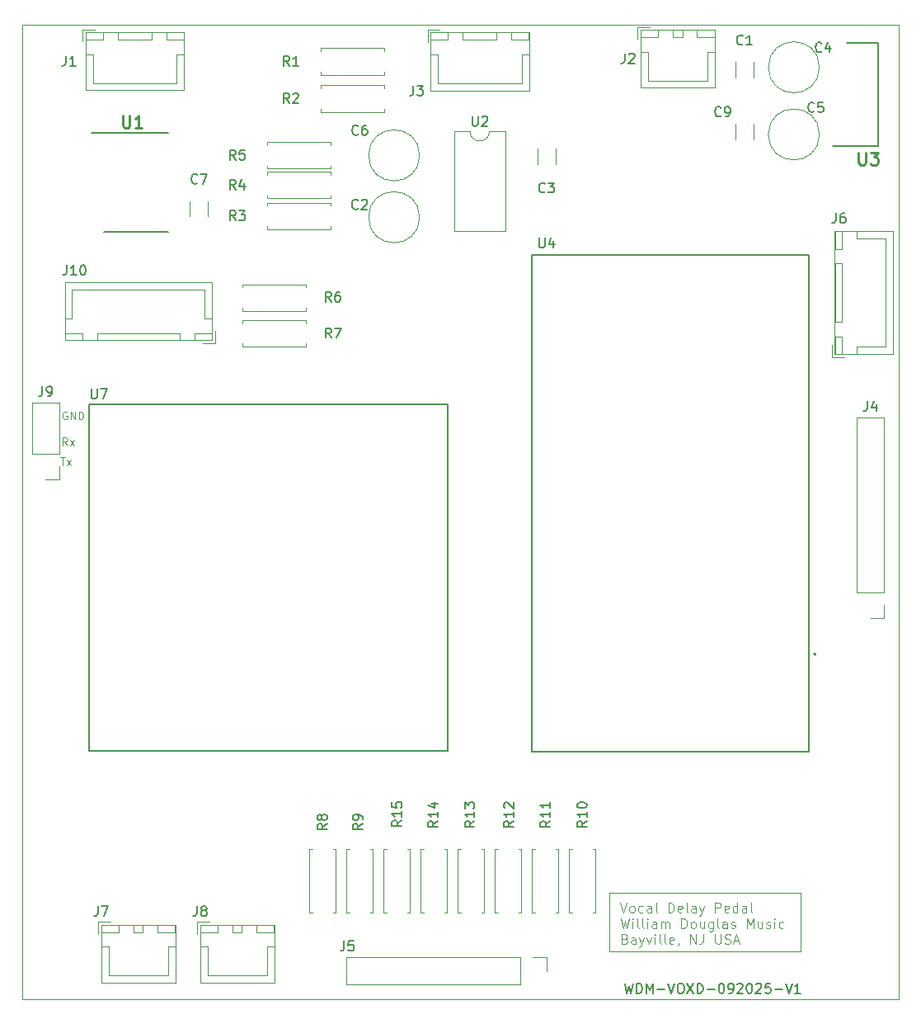
<source format=gbr>
%TF.GenerationSoftware,KiCad,Pcbnew,9.0.4*%
%TF.CreationDate,2025-09-25T15:45:26-04:00*%
%TF.ProjectId,Vocal Delay Pedal,566f6361-6c20-4446-956c-617920506564,1*%
%TF.SameCoordinates,Original*%
%TF.FileFunction,Legend,Top*%
%TF.FilePolarity,Positive*%
%FSLAX46Y46*%
G04 Gerber Fmt 4.6, Leading zero omitted, Abs format (unit mm)*
G04 Created by KiCad (PCBNEW 9.0.4) date 2025-09-25 15:45:26*
%MOMM*%
%LPD*%
G01*
G04 APERTURE LIST*
%ADD10C,0.080000*%
%ADD11C,0.200000*%
%ADD12C,0.100000*%
%ADD13C,0.150000*%
%ADD14C,0.254000*%
%ADD15C,0.120000*%
%ADD16C,0.127000*%
%TA.AperFunction,Profile*%
%ADD17C,0.050000*%
%TD*%
G04 APERTURE END LIST*
D10*
X64408154Y-95714030D02*
X64331964Y-95675935D01*
X64331964Y-95675935D02*
X64217678Y-95675935D01*
X64217678Y-95675935D02*
X64103392Y-95714030D01*
X64103392Y-95714030D02*
X64027202Y-95790220D01*
X64027202Y-95790220D02*
X63989107Y-95866411D01*
X63989107Y-95866411D02*
X63951011Y-96018792D01*
X63951011Y-96018792D02*
X63951011Y-96133078D01*
X63951011Y-96133078D02*
X63989107Y-96285459D01*
X63989107Y-96285459D02*
X64027202Y-96361649D01*
X64027202Y-96361649D02*
X64103392Y-96437840D01*
X64103392Y-96437840D02*
X64217678Y-96475935D01*
X64217678Y-96475935D02*
X64293869Y-96475935D01*
X64293869Y-96475935D02*
X64408154Y-96437840D01*
X64408154Y-96437840D02*
X64446250Y-96399744D01*
X64446250Y-96399744D02*
X64446250Y-96133078D01*
X64446250Y-96133078D02*
X64293869Y-96133078D01*
X64789107Y-96475935D02*
X64789107Y-95675935D01*
X64789107Y-95675935D02*
X65246250Y-96475935D01*
X65246250Y-96475935D02*
X65246250Y-95675935D01*
X65627202Y-96475935D02*
X65627202Y-95675935D01*
X65627202Y-95675935D02*
X65817678Y-95675935D01*
X65817678Y-95675935D02*
X65931964Y-95714030D01*
X65931964Y-95714030D02*
X66008154Y-95790220D01*
X66008154Y-95790220D02*
X66046249Y-95866411D01*
X66046249Y-95866411D02*
X66084345Y-96018792D01*
X66084345Y-96018792D02*
X66084345Y-96133078D01*
X66084345Y-96133078D02*
X66046249Y-96285459D01*
X66046249Y-96285459D02*
X66008154Y-96361649D01*
X66008154Y-96361649D02*
X65931964Y-96437840D01*
X65931964Y-96437840D02*
X65817678Y-96475935D01*
X65817678Y-96475935D02*
X65627202Y-96475935D01*
X64446250Y-99142935D02*
X64179583Y-98761982D01*
X63989107Y-99142935D02*
X63989107Y-98342935D01*
X63989107Y-98342935D02*
X64293869Y-98342935D01*
X64293869Y-98342935D02*
X64370059Y-98381030D01*
X64370059Y-98381030D02*
X64408154Y-98419125D01*
X64408154Y-98419125D02*
X64446250Y-98495316D01*
X64446250Y-98495316D02*
X64446250Y-98609601D01*
X64446250Y-98609601D02*
X64408154Y-98685792D01*
X64408154Y-98685792D02*
X64370059Y-98723887D01*
X64370059Y-98723887D02*
X64293869Y-98761982D01*
X64293869Y-98761982D02*
X63989107Y-98761982D01*
X64712916Y-99142935D02*
X65131964Y-98609601D01*
X64712916Y-98609601D02*
X65131964Y-99142935D01*
X63730821Y-100374935D02*
X64187964Y-100374935D01*
X63959392Y-101174935D02*
X63959392Y-100374935D01*
X64378440Y-101174935D02*
X64797488Y-100641601D01*
X64378440Y-100641601D02*
X64797488Y-101174935D01*
D11*
X121678435Y-154373219D02*
X121916530Y-155373219D01*
X121916530Y-155373219D02*
X122107006Y-154658933D01*
X122107006Y-154658933D02*
X122297482Y-155373219D01*
X122297482Y-155373219D02*
X122535578Y-154373219D01*
X122916530Y-155373219D02*
X122916530Y-154373219D01*
X122916530Y-154373219D02*
X123154625Y-154373219D01*
X123154625Y-154373219D02*
X123297482Y-154420838D01*
X123297482Y-154420838D02*
X123392720Y-154516076D01*
X123392720Y-154516076D02*
X123440339Y-154611314D01*
X123440339Y-154611314D02*
X123487958Y-154801790D01*
X123487958Y-154801790D02*
X123487958Y-154944647D01*
X123487958Y-154944647D02*
X123440339Y-155135123D01*
X123440339Y-155135123D02*
X123392720Y-155230361D01*
X123392720Y-155230361D02*
X123297482Y-155325600D01*
X123297482Y-155325600D02*
X123154625Y-155373219D01*
X123154625Y-155373219D02*
X122916530Y-155373219D01*
X123916530Y-155373219D02*
X123916530Y-154373219D01*
X123916530Y-154373219D02*
X124249863Y-155087504D01*
X124249863Y-155087504D02*
X124583196Y-154373219D01*
X124583196Y-154373219D02*
X124583196Y-155373219D01*
X125059387Y-154992266D02*
X125821292Y-154992266D01*
X126154625Y-154373219D02*
X126487958Y-155373219D01*
X126487958Y-155373219D02*
X126821291Y-154373219D01*
X127345101Y-154373219D02*
X127535577Y-154373219D01*
X127535577Y-154373219D02*
X127630815Y-154420838D01*
X127630815Y-154420838D02*
X127726053Y-154516076D01*
X127726053Y-154516076D02*
X127773672Y-154706552D01*
X127773672Y-154706552D02*
X127773672Y-155039885D01*
X127773672Y-155039885D02*
X127726053Y-155230361D01*
X127726053Y-155230361D02*
X127630815Y-155325600D01*
X127630815Y-155325600D02*
X127535577Y-155373219D01*
X127535577Y-155373219D02*
X127345101Y-155373219D01*
X127345101Y-155373219D02*
X127249863Y-155325600D01*
X127249863Y-155325600D02*
X127154625Y-155230361D01*
X127154625Y-155230361D02*
X127107006Y-155039885D01*
X127107006Y-155039885D02*
X127107006Y-154706552D01*
X127107006Y-154706552D02*
X127154625Y-154516076D01*
X127154625Y-154516076D02*
X127249863Y-154420838D01*
X127249863Y-154420838D02*
X127345101Y-154373219D01*
X128107006Y-154373219D02*
X128773672Y-155373219D01*
X128773672Y-154373219D02*
X128107006Y-155373219D01*
X129154625Y-155373219D02*
X129154625Y-154373219D01*
X129154625Y-154373219D02*
X129392720Y-154373219D01*
X129392720Y-154373219D02*
X129535577Y-154420838D01*
X129535577Y-154420838D02*
X129630815Y-154516076D01*
X129630815Y-154516076D02*
X129678434Y-154611314D01*
X129678434Y-154611314D02*
X129726053Y-154801790D01*
X129726053Y-154801790D02*
X129726053Y-154944647D01*
X129726053Y-154944647D02*
X129678434Y-155135123D01*
X129678434Y-155135123D02*
X129630815Y-155230361D01*
X129630815Y-155230361D02*
X129535577Y-155325600D01*
X129535577Y-155325600D02*
X129392720Y-155373219D01*
X129392720Y-155373219D02*
X129154625Y-155373219D01*
X130154625Y-154992266D02*
X130916530Y-154992266D01*
X131583196Y-154373219D02*
X131678434Y-154373219D01*
X131678434Y-154373219D02*
X131773672Y-154420838D01*
X131773672Y-154420838D02*
X131821291Y-154468457D01*
X131821291Y-154468457D02*
X131868910Y-154563695D01*
X131868910Y-154563695D02*
X131916529Y-154754171D01*
X131916529Y-154754171D02*
X131916529Y-154992266D01*
X131916529Y-154992266D02*
X131868910Y-155182742D01*
X131868910Y-155182742D02*
X131821291Y-155277980D01*
X131821291Y-155277980D02*
X131773672Y-155325600D01*
X131773672Y-155325600D02*
X131678434Y-155373219D01*
X131678434Y-155373219D02*
X131583196Y-155373219D01*
X131583196Y-155373219D02*
X131487958Y-155325600D01*
X131487958Y-155325600D02*
X131440339Y-155277980D01*
X131440339Y-155277980D02*
X131392720Y-155182742D01*
X131392720Y-155182742D02*
X131345101Y-154992266D01*
X131345101Y-154992266D02*
X131345101Y-154754171D01*
X131345101Y-154754171D02*
X131392720Y-154563695D01*
X131392720Y-154563695D02*
X131440339Y-154468457D01*
X131440339Y-154468457D02*
X131487958Y-154420838D01*
X131487958Y-154420838D02*
X131583196Y-154373219D01*
X132392720Y-155373219D02*
X132583196Y-155373219D01*
X132583196Y-155373219D02*
X132678434Y-155325600D01*
X132678434Y-155325600D02*
X132726053Y-155277980D01*
X132726053Y-155277980D02*
X132821291Y-155135123D01*
X132821291Y-155135123D02*
X132868910Y-154944647D01*
X132868910Y-154944647D02*
X132868910Y-154563695D01*
X132868910Y-154563695D02*
X132821291Y-154468457D01*
X132821291Y-154468457D02*
X132773672Y-154420838D01*
X132773672Y-154420838D02*
X132678434Y-154373219D01*
X132678434Y-154373219D02*
X132487958Y-154373219D01*
X132487958Y-154373219D02*
X132392720Y-154420838D01*
X132392720Y-154420838D02*
X132345101Y-154468457D01*
X132345101Y-154468457D02*
X132297482Y-154563695D01*
X132297482Y-154563695D02*
X132297482Y-154801790D01*
X132297482Y-154801790D02*
X132345101Y-154897028D01*
X132345101Y-154897028D02*
X132392720Y-154944647D01*
X132392720Y-154944647D02*
X132487958Y-154992266D01*
X132487958Y-154992266D02*
X132678434Y-154992266D01*
X132678434Y-154992266D02*
X132773672Y-154944647D01*
X132773672Y-154944647D02*
X132821291Y-154897028D01*
X132821291Y-154897028D02*
X132868910Y-154801790D01*
X133249863Y-154468457D02*
X133297482Y-154420838D01*
X133297482Y-154420838D02*
X133392720Y-154373219D01*
X133392720Y-154373219D02*
X133630815Y-154373219D01*
X133630815Y-154373219D02*
X133726053Y-154420838D01*
X133726053Y-154420838D02*
X133773672Y-154468457D01*
X133773672Y-154468457D02*
X133821291Y-154563695D01*
X133821291Y-154563695D02*
X133821291Y-154658933D01*
X133821291Y-154658933D02*
X133773672Y-154801790D01*
X133773672Y-154801790D02*
X133202244Y-155373219D01*
X133202244Y-155373219D02*
X133821291Y-155373219D01*
X134440339Y-154373219D02*
X134535577Y-154373219D01*
X134535577Y-154373219D02*
X134630815Y-154420838D01*
X134630815Y-154420838D02*
X134678434Y-154468457D01*
X134678434Y-154468457D02*
X134726053Y-154563695D01*
X134726053Y-154563695D02*
X134773672Y-154754171D01*
X134773672Y-154754171D02*
X134773672Y-154992266D01*
X134773672Y-154992266D02*
X134726053Y-155182742D01*
X134726053Y-155182742D02*
X134678434Y-155277980D01*
X134678434Y-155277980D02*
X134630815Y-155325600D01*
X134630815Y-155325600D02*
X134535577Y-155373219D01*
X134535577Y-155373219D02*
X134440339Y-155373219D01*
X134440339Y-155373219D02*
X134345101Y-155325600D01*
X134345101Y-155325600D02*
X134297482Y-155277980D01*
X134297482Y-155277980D02*
X134249863Y-155182742D01*
X134249863Y-155182742D02*
X134202244Y-154992266D01*
X134202244Y-154992266D02*
X134202244Y-154754171D01*
X134202244Y-154754171D02*
X134249863Y-154563695D01*
X134249863Y-154563695D02*
X134297482Y-154468457D01*
X134297482Y-154468457D02*
X134345101Y-154420838D01*
X134345101Y-154420838D02*
X134440339Y-154373219D01*
X135154625Y-154468457D02*
X135202244Y-154420838D01*
X135202244Y-154420838D02*
X135297482Y-154373219D01*
X135297482Y-154373219D02*
X135535577Y-154373219D01*
X135535577Y-154373219D02*
X135630815Y-154420838D01*
X135630815Y-154420838D02*
X135678434Y-154468457D01*
X135678434Y-154468457D02*
X135726053Y-154563695D01*
X135726053Y-154563695D02*
X135726053Y-154658933D01*
X135726053Y-154658933D02*
X135678434Y-154801790D01*
X135678434Y-154801790D02*
X135107006Y-155373219D01*
X135107006Y-155373219D02*
X135726053Y-155373219D01*
X136630815Y-154373219D02*
X136154625Y-154373219D01*
X136154625Y-154373219D02*
X136107006Y-154849409D01*
X136107006Y-154849409D02*
X136154625Y-154801790D01*
X136154625Y-154801790D02*
X136249863Y-154754171D01*
X136249863Y-154754171D02*
X136487958Y-154754171D01*
X136487958Y-154754171D02*
X136583196Y-154801790D01*
X136583196Y-154801790D02*
X136630815Y-154849409D01*
X136630815Y-154849409D02*
X136678434Y-154944647D01*
X136678434Y-154944647D02*
X136678434Y-155182742D01*
X136678434Y-155182742D02*
X136630815Y-155277980D01*
X136630815Y-155277980D02*
X136583196Y-155325600D01*
X136583196Y-155325600D02*
X136487958Y-155373219D01*
X136487958Y-155373219D02*
X136249863Y-155373219D01*
X136249863Y-155373219D02*
X136154625Y-155325600D01*
X136154625Y-155325600D02*
X136107006Y-155277980D01*
X137107006Y-154992266D02*
X137868911Y-154992266D01*
X138202244Y-154373219D02*
X138535577Y-155373219D01*
X138535577Y-155373219D02*
X138868910Y-154373219D01*
X139726053Y-155373219D02*
X139154625Y-155373219D01*
X139440339Y-155373219D02*
X139440339Y-154373219D01*
X139440339Y-154373219D02*
X139345101Y-154516076D01*
X139345101Y-154516076D02*
X139249863Y-154611314D01*
X139249863Y-154611314D02*
X139154625Y-154658933D01*
D12*
X121226527Y-146086919D02*
X121559860Y-147086919D01*
X121559860Y-147086919D02*
X121893193Y-146086919D01*
X122369384Y-147086919D02*
X122274146Y-147039300D01*
X122274146Y-147039300D02*
X122226527Y-146991680D01*
X122226527Y-146991680D02*
X122178908Y-146896442D01*
X122178908Y-146896442D02*
X122178908Y-146610728D01*
X122178908Y-146610728D02*
X122226527Y-146515490D01*
X122226527Y-146515490D02*
X122274146Y-146467871D01*
X122274146Y-146467871D02*
X122369384Y-146420252D01*
X122369384Y-146420252D02*
X122512241Y-146420252D01*
X122512241Y-146420252D02*
X122607479Y-146467871D01*
X122607479Y-146467871D02*
X122655098Y-146515490D01*
X122655098Y-146515490D02*
X122702717Y-146610728D01*
X122702717Y-146610728D02*
X122702717Y-146896442D01*
X122702717Y-146896442D02*
X122655098Y-146991680D01*
X122655098Y-146991680D02*
X122607479Y-147039300D01*
X122607479Y-147039300D02*
X122512241Y-147086919D01*
X122512241Y-147086919D02*
X122369384Y-147086919D01*
X123559860Y-147039300D02*
X123464622Y-147086919D01*
X123464622Y-147086919D02*
X123274146Y-147086919D01*
X123274146Y-147086919D02*
X123178908Y-147039300D01*
X123178908Y-147039300D02*
X123131289Y-146991680D01*
X123131289Y-146991680D02*
X123083670Y-146896442D01*
X123083670Y-146896442D02*
X123083670Y-146610728D01*
X123083670Y-146610728D02*
X123131289Y-146515490D01*
X123131289Y-146515490D02*
X123178908Y-146467871D01*
X123178908Y-146467871D02*
X123274146Y-146420252D01*
X123274146Y-146420252D02*
X123464622Y-146420252D01*
X123464622Y-146420252D02*
X123559860Y-146467871D01*
X124417003Y-147086919D02*
X124417003Y-146563109D01*
X124417003Y-146563109D02*
X124369384Y-146467871D01*
X124369384Y-146467871D02*
X124274146Y-146420252D01*
X124274146Y-146420252D02*
X124083670Y-146420252D01*
X124083670Y-146420252D02*
X123988432Y-146467871D01*
X124417003Y-147039300D02*
X124321765Y-147086919D01*
X124321765Y-147086919D02*
X124083670Y-147086919D01*
X124083670Y-147086919D02*
X123988432Y-147039300D01*
X123988432Y-147039300D02*
X123940813Y-146944061D01*
X123940813Y-146944061D02*
X123940813Y-146848823D01*
X123940813Y-146848823D02*
X123988432Y-146753585D01*
X123988432Y-146753585D02*
X124083670Y-146705966D01*
X124083670Y-146705966D02*
X124321765Y-146705966D01*
X124321765Y-146705966D02*
X124417003Y-146658347D01*
X125036051Y-147086919D02*
X124940813Y-147039300D01*
X124940813Y-147039300D02*
X124893194Y-146944061D01*
X124893194Y-146944061D02*
X124893194Y-146086919D01*
X126178909Y-147086919D02*
X126178909Y-146086919D01*
X126178909Y-146086919D02*
X126417004Y-146086919D01*
X126417004Y-146086919D02*
X126559861Y-146134538D01*
X126559861Y-146134538D02*
X126655099Y-146229776D01*
X126655099Y-146229776D02*
X126702718Y-146325014D01*
X126702718Y-146325014D02*
X126750337Y-146515490D01*
X126750337Y-146515490D02*
X126750337Y-146658347D01*
X126750337Y-146658347D02*
X126702718Y-146848823D01*
X126702718Y-146848823D02*
X126655099Y-146944061D01*
X126655099Y-146944061D02*
X126559861Y-147039300D01*
X126559861Y-147039300D02*
X126417004Y-147086919D01*
X126417004Y-147086919D02*
X126178909Y-147086919D01*
X127559861Y-147039300D02*
X127464623Y-147086919D01*
X127464623Y-147086919D02*
X127274147Y-147086919D01*
X127274147Y-147086919D02*
X127178909Y-147039300D01*
X127178909Y-147039300D02*
X127131290Y-146944061D01*
X127131290Y-146944061D02*
X127131290Y-146563109D01*
X127131290Y-146563109D02*
X127178909Y-146467871D01*
X127178909Y-146467871D02*
X127274147Y-146420252D01*
X127274147Y-146420252D02*
X127464623Y-146420252D01*
X127464623Y-146420252D02*
X127559861Y-146467871D01*
X127559861Y-146467871D02*
X127607480Y-146563109D01*
X127607480Y-146563109D02*
X127607480Y-146658347D01*
X127607480Y-146658347D02*
X127131290Y-146753585D01*
X128178909Y-147086919D02*
X128083671Y-147039300D01*
X128083671Y-147039300D02*
X128036052Y-146944061D01*
X128036052Y-146944061D02*
X128036052Y-146086919D01*
X128988433Y-147086919D02*
X128988433Y-146563109D01*
X128988433Y-146563109D02*
X128940814Y-146467871D01*
X128940814Y-146467871D02*
X128845576Y-146420252D01*
X128845576Y-146420252D02*
X128655100Y-146420252D01*
X128655100Y-146420252D02*
X128559862Y-146467871D01*
X128988433Y-147039300D02*
X128893195Y-147086919D01*
X128893195Y-147086919D02*
X128655100Y-147086919D01*
X128655100Y-147086919D02*
X128559862Y-147039300D01*
X128559862Y-147039300D02*
X128512243Y-146944061D01*
X128512243Y-146944061D02*
X128512243Y-146848823D01*
X128512243Y-146848823D02*
X128559862Y-146753585D01*
X128559862Y-146753585D02*
X128655100Y-146705966D01*
X128655100Y-146705966D02*
X128893195Y-146705966D01*
X128893195Y-146705966D02*
X128988433Y-146658347D01*
X129369386Y-146420252D02*
X129607481Y-147086919D01*
X129845576Y-146420252D02*
X129607481Y-147086919D01*
X129607481Y-147086919D02*
X129512243Y-147325014D01*
X129512243Y-147325014D02*
X129464624Y-147372633D01*
X129464624Y-147372633D02*
X129369386Y-147420252D01*
X130988434Y-147086919D02*
X130988434Y-146086919D01*
X130988434Y-146086919D02*
X131369386Y-146086919D01*
X131369386Y-146086919D02*
X131464624Y-146134538D01*
X131464624Y-146134538D02*
X131512243Y-146182157D01*
X131512243Y-146182157D02*
X131559862Y-146277395D01*
X131559862Y-146277395D02*
X131559862Y-146420252D01*
X131559862Y-146420252D02*
X131512243Y-146515490D01*
X131512243Y-146515490D02*
X131464624Y-146563109D01*
X131464624Y-146563109D02*
X131369386Y-146610728D01*
X131369386Y-146610728D02*
X130988434Y-146610728D01*
X132369386Y-147039300D02*
X132274148Y-147086919D01*
X132274148Y-147086919D02*
X132083672Y-147086919D01*
X132083672Y-147086919D02*
X131988434Y-147039300D01*
X131988434Y-147039300D02*
X131940815Y-146944061D01*
X131940815Y-146944061D02*
X131940815Y-146563109D01*
X131940815Y-146563109D02*
X131988434Y-146467871D01*
X131988434Y-146467871D02*
X132083672Y-146420252D01*
X132083672Y-146420252D02*
X132274148Y-146420252D01*
X132274148Y-146420252D02*
X132369386Y-146467871D01*
X132369386Y-146467871D02*
X132417005Y-146563109D01*
X132417005Y-146563109D02*
X132417005Y-146658347D01*
X132417005Y-146658347D02*
X131940815Y-146753585D01*
X133274148Y-147086919D02*
X133274148Y-146086919D01*
X133274148Y-147039300D02*
X133178910Y-147086919D01*
X133178910Y-147086919D02*
X132988434Y-147086919D01*
X132988434Y-147086919D02*
X132893196Y-147039300D01*
X132893196Y-147039300D02*
X132845577Y-146991680D01*
X132845577Y-146991680D02*
X132797958Y-146896442D01*
X132797958Y-146896442D02*
X132797958Y-146610728D01*
X132797958Y-146610728D02*
X132845577Y-146515490D01*
X132845577Y-146515490D02*
X132893196Y-146467871D01*
X132893196Y-146467871D02*
X132988434Y-146420252D01*
X132988434Y-146420252D02*
X133178910Y-146420252D01*
X133178910Y-146420252D02*
X133274148Y-146467871D01*
X134178910Y-147086919D02*
X134178910Y-146563109D01*
X134178910Y-146563109D02*
X134131291Y-146467871D01*
X134131291Y-146467871D02*
X134036053Y-146420252D01*
X134036053Y-146420252D02*
X133845577Y-146420252D01*
X133845577Y-146420252D02*
X133750339Y-146467871D01*
X134178910Y-147039300D02*
X134083672Y-147086919D01*
X134083672Y-147086919D02*
X133845577Y-147086919D01*
X133845577Y-147086919D02*
X133750339Y-147039300D01*
X133750339Y-147039300D02*
X133702720Y-146944061D01*
X133702720Y-146944061D02*
X133702720Y-146848823D01*
X133702720Y-146848823D02*
X133750339Y-146753585D01*
X133750339Y-146753585D02*
X133845577Y-146705966D01*
X133845577Y-146705966D02*
X134083672Y-146705966D01*
X134083672Y-146705966D02*
X134178910Y-146658347D01*
X134797958Y-147086919D02*
X134702720Y-147039300D01*
X134702720Y-147039300D02*
X134655101Y-146944061D01*
X134655101Y-146944061D02*
X134655101Y-146086919D01*
X121274146Y-147696863D02*
X121512241Y-148696863D01*
X121512241Y-148696863D02*
X121702717Y-147982577D01*
X121702717Y-147982577D02*
X121893193Y-148696863D01*
X121893193Y-148696863D02*
X122131289Y-147696863D01*
X122512241Y-148696863D02*
X122512241Y-148030196D01*
X122512241Y-147696863D02*
X122464622Y-147744482D01*
X122464622Y-147744482D02*
X122512241Y-147792101D01*
X122512241Y-147792101D02*
X122559860Y-147744482D01*
X122559860Y-147744482D02*
X122512241Y-147696863D01*
X122512241Y-147696863D02*
X122512241Y-147792101D01*
X123131288Y-148696863D02*
X123036050Y-148649244D01*
X123036050Y-148649244D02*
X122988431Y-148554005D01*
X122988431Y-148554005D02*
X122988431Y-147696863D01*
X123655098Y-148696863D02*
X123559860Y-148649244D01*
X123559860Y-148649244D02*
X123512241Y-148554005D01*
X123512241Y-148554005D02*
X123512241Y-147696863D01*
X124036051Y-148696863D02*
X124036051Y-148030196D01*
X124036051Y-147696863D02*
X123988432Y-147744482D01*
X123988432Y-147744482D02*
X124036051Y-147792101D01*
X124036051Y-147792101D02*
X124083670Y-147744482D01*
X124083670Y-147744482D02*
X124036051Y-147696863D01*
X124036051Y-147696863D02*
X124036051Y-147792101D01*
X124940812Y-148696863D02*
X124940812Y-148173053D01*
X124940812Y-148173053D02*
X124893193Y-148077815D01*
X124893193Y-148077815D02*
X124797955Y-148030196D01*
X124797955Y-148030196D02*
X124607479Y-148030196D01*
X124607479Y-148030196D02*
X124512241Y-148077815D01*
X124940812Y-148649244D02*
X124845574Y-148696863D01*
X124845574Y-148696863D02*
X124607479Y-148696863D01*
X124607479Y-148696863D02*
X124512241Y-148649244D01*
X124512241Y-148649244D02*
X124464622Y-148554005D01*
X124464622Y-148554005D02*
X124464622Y-148458767D01*
X124464622Y-148458767D02*
X124512241Y-148363529D01*
X124512241Y-148363529D02*
X124607479Y-148315910D01*
X124607479Y-148315910D02*
X124845574Y-148315910D01*
X124845574Y-148315910D02*
X124940812Y-148268291D01*
X125417003Y-148696863D02*
X125417003Y-148030196D01*
X125417003Y-148125434D02*
X125464622Y-148077815D01*
X125464622Y-148077815D02*
X125559860Y-148030196D01*
X125559860Y-148030196D02*
X125702717Y-148030196D01*
X125702717Y-148030196D02*
X125797955Y-148077815D01*
X125797955Y-148077815D02*
X125845574Y-148173053D01*
X125845574Y-148173053D02*
X125845574Y-148696863D01*
X125845574Y-148173053D02*
X125893193Y-148077815D01*
X125893193Y-148077815D02*
X125988431Y-148030196D01*
X125988431Y-148030196D02*
X126131288Y-148030196D01*
X126131288Y-148030196D02*
X126226527Y-148077815D01*
X126226527Y-148077815D02*
X126274146Y-148173053D01*
X126274146Y-148173053D02*
X126274146Y-148696863D01*
X127512241Y-148696863D02*
X127512241Y-147696863D01*
X127512241Y-147696863D02*
X127750336Y-147696863D01*
X127750336Y-147696863D02*
X127893193Y-147744482D01*
X127893193Y-147744482D02*
X127988431Y-147839720D01*
X127988431Y-147839720D02*
X128036050Y-147934958D01*
X128036050Y-147934958D02*
X128083669Y-148125434D01*
X128083669Y-148125434D02*
X128083669Y-148268291D01*
X128083669Y-148268291D02*
X128036050Y-148458767D01*
X128036050Y-148458767D02*
X127988431Y-148554005D01*
X127988431Y-148554005D02*
X127893193Y-148649244D01*
X127893193Y-148649244D02*
X127750336Y-148696863D01*
X127750336Y-148696863D02*
X127512241Y-148696863D01*
X128655098Y-148696863D02*
X128559860Y-148649244D01*
X128559860Y-148649244D02*
X128512241Y-148601624D01*
X128512241Y-148601624D02*
X128464622Y-148506386D01*
X128464622Y-148506386D02*
X128464622Y-148220672D01*
X128464622Y-148220672D02*
X128512241Y-148125434D01*
X128512241Y-148125434D02*
X128559860Y-148077815D01*
X128559860Y-148077815D02*
X128655098Y-148030196D01*
X128655098Y-148030196D02*
X128797955Y-148030196D01*
X128797955Y-148030196D02*
X128893193Y-148077815D01*
X128893193Y-148077815D02*
X128940812Y-148125434D01*
X128940812Y-148125434D02*
X128988431Y-148220672D01*
X128988431Y-148220672D02*
X128988431Y-148506386D01*
X128988431Y-148506386D02*
X128940812Y-148601624D01*
X128940812Y-148601624D02*
X128893193Y-148649244D01*
X128893193Y-148649244D02*
X128797955Y-148696863D01*
X128797955Y-148696863D02*
X128655098Y-148696863D01*
X129845574Y-148030196D02*
X129845574Y-148696863D01*
X129417003Y-148030196D02*
X129417003Y-148554005D01*
X129417003Y-148554005D02*
X129464622Y-148649244D01*
X129464622Y-148649244D02*
X129559860Y-148696863D01*
X129559860Y-148696863D02*
X129702717Y-148696863D01*
X129702717Y-148696863D02*
X129797955Y-148649244D01*
X129797955Y-148649244D02*
X129845574Y-148601624D01*
X130750336Y-148030196D02*
X130750336Y-148839720D01*
X130750336Y-148839720D02*
X130702717Y-148934958D01*
X130702717Y-148934958D02*
X130655098Y-148982577D01*
X130655098Y-148982577D02*
X130559860Y-149030196D01*
X130559860Y-149030196D02*
X130417003Y-149030196D01*
X130417003Y-149030196D02*
X130321765Y-148982577D01*
X130750336Y-148649244D02*
X130655098Y-148696863D01*
X130655098Y-148696863D02*
X130464622Y-148696863D01*
X130464622Y-148696863D02*
X130369384Y-148649244D01*
X130369384Y-148649244D02*
X130321765Y-148601624D01*
X130321765Y-148601624D02*
X130274146Y-148506386D01*
X130274146Y-148506386D02*
X130274146Y-148220672D01*
X130274146Y-148220672D02*
X130321765Y-148125434D01*
X130321765Y-148125434D02*
X130369384Y-148077815D01*
X130369384Y-148077815D02*
X130464622Y-148030196D01*
X130464622Y-148030196D02*
X130655098Y-148030196D01*
X130655098Y-148030196D02*
X130750336Y-148077815D01*
X131369384Y-148696863D02*
X131274146Y-148649244D01*
X131274146Y-148649244D02*
X131226527Y-148554005D01*
X131226527Y-148554005D02*
X131226527Y-147696863D01*
X132178908Y-148696863D02*
X132178908Y-148173053D01*
X132178908Y-148173053D02*
X132131289Y-148077815D01*
X132131289Y-148077815D02*
X132036051Y-148030196D01*
X132036051Y-148030196D02*
X131845575Y-148030196D01*
X131845575Y-148030196D02*
X131750337Y-148077815D01*
X132178908Y-148649244D02*
X132083670Y-148696863D01*
X132083670Y-148696863D02*
X131845575Y-148696863D01*
X131845575Y-148696863D02*
X131750337Y-148649244D01*
X131750337Y-148649244D02*
X131702718Y-148554005D01*
X131702718Y-148554005D02*
X131702718Y-148458767D01*
X131702718Y-148458767D02*
X131750337Y-148363529D01*
X131750337Y-148363529D02*
X131845575Y-148315910D01*
X131845575Y-148315910D02*
X132083670Y-148315910D01*
X132083670Y-148315910D02*
X132178908Y-148268291D01*
X132607480Y-148649244D02*
X132702718Y-148696863D01*
X132702718Y-148696863D02*
X132893194Y-148696863D01*
X132893194Y-148696863D02*
X132988432Y-148649244D01*
X132988432Y-148649244D02*
X133036051Y-148554005D01*
X133036051Y-148554005D02*
X133036051Y-148506386D01*
X133036051Y-148506386D02*
X132988432Y-148411148D01*
X132988432Y-148411148D02*
X132893194Y-148363529D01*
X132893194Y-148363529D02*
X132750337Y-148363529D01*
X132750337Y-148363529D02*
X132655099Y-148315910D01*
X132655099Y-148315910D02*
X132607480Y-148220672D01*
X132607480Y-148220672D02*
X132607480Y-148173053D01*
X132607480Y-148173053D02*
X132655099Y-148077815D01*
X132655099Y-148077815D02*
X132750337Y-148030196D01*
X132750337Y-148030196D02*
X132893194Y-148030196D01*
X132893194Y-148030196D02*
X132988432Y-148077815D01*
X134226528Y-148696863D02*
X134226528Y-147696863D01*
X134226528Y-147696863D02*
X134559861Y-148411148D01*
X134559861Y-148411148D02*
X134893194Y-147696863D01*
X134893194Y-147696863D02*
X134893194Y-148696863D01*
X135797956Y-148030196D02*
X135797956Y-148696863D01*
X135369385Y-148030196D02*
X135369385Y-148554005D01*
X135369385Y-148554005D02*
X135417004Y-148649244D01*
X135417004Y-148649244D02*
X135512242Y-148696863D01*
X135512242Y-148696863D02*
X135655099Y-148696863D01*
X135655099Y-148696863D02*
X135750337Y-148649244D01*
X135750337Y-148649244D02*
X135797956Y-148601624D01*
X136226528Y-148649244D02*
X136321766Y-148696863D01*
X136321766Y-148696863D02*
X136512242Y-148696863D01*
X136512242Y-148696863D02*
X136607480Y-148649244D01*
X136607480Y-148649244D02*
X136655099Y-148554005D01*
X136655099Y-148554005D02*
X136655099Y-148506386D01*
X136655099Y-148506386D02*
X136607480Y-148411148D01*
X136607480Y-148411148D02*
X136512242Y-148363529D01*
X136512242Y-148363529D02*
X136369385Y-148363529D01*
X136369385Y-148363529D02*
X136274147Y-148315910D01*
X136274147Y-148315910D02*
X136226528Y-148220672D01*
X136226528Y-148220672D02*
X136226528Y-148173053D01*
X136226528Y-148173053D02*
X136274147Y-148077815D01*
X136274147Y-148077815D02*
X136369385Y-148030196D01*
X136369385Y-148030196D02*
X136512242Y-148030196D01*
X136512242Y-148030196D02*
X136607480Y-148077815D01*
X137083671Y-148696863D02*
X137083671Y-148030196D01*
X137083671Y-147696863D02*
X137036052Y-147744482D01*
X137036052Y-147744482D02*
X137083671Y-147792101D01*
X137083671Y-147792101D02*
X137131290Y-147744482D01*
X137131290Y-147744482D02*
X137083671Y-147696863D01*
X137083671Y-147696863D02*
X137083671Y-147792101D01*
X137988432Y-148649244D02*
X137893194Y-148696863D01*
X137893194Y-148696863D02*
X137702718Y-148696863D01*
X137702718Y-148696863D02*
X137607480Y-148649244D01*
X137607480Y-148649244D02*
X137559861Y-148601624D01*
X137559861Y-148601624D02*
X137512242Y-148506386D01*
X137512242Y-148506386D02*
X137512242Y-148220672D01*
X137512242Y-148220672D02*
X137559861Y-148125434D01*
X137559861Y-148125434D02*
X137607480Y-148077815D01*
X137607480Y-148077815D02*
X137702718Y-148030196D01*
X137702718Y-148030196D02*
X137893194Y-148030196D01*
X137893194Y-148030196D02*
X137988432Y-148077815D01*
X121702717Y-149782997D02*
X121845574Y-149830616D01*
X121845574Y-149830616D02*
X121893193Y-149878235D01*
X121893193Y-149878235D02*
X121940812Y-149973473D01*
X121940812Y-149973473D02*
X121940812Y-150116330D01*
X121940812Y-150116330D02*
X121893193Y-150211568D01*
X121893193Y-150211568D02*
X121845574Y-150259188D01*
X121845574Y-150259188D02*
X121750336Y-150306807D01*
X121750336Y-150306807D02*
X121369384Y-150306807D01*
X121369384Y-150306807D02*
X121369384Y-149306807D01*
X121369384Y-149306807D02*
X121702717Y-149306807D01*
X121702717Y-149306807D02*
X121797955Y-149354426D01*
X121797955Y-149354426D02*
X121845574Y-149402045D01*
X121845574Y-149402045D02*
X121893193Y-149497283D01*
X121893193Y-149497283D02*
X121893193Y-149592521D01*
X121893193Y-149592521D02*
X121845574Y-149687759D01*
X121845574Y-149687759D02*
X121797955Y-149735378D01*
X121797955Y-149735378D02*
X121702717Y-149782997D01*
X121702717Y-149782997D02*
X121369384Y-149782997D01*
X122797955Y-150306807D02*
X122797955Y-149782997D01*
X122797955Y-149782997D02*
X122750336Y-149687759D01*
X122750336Y-149687759D02*
X122655098Y-149640140D01*
X122655098Y-149640140D02*
X122464622Y-149640140D01*
X122464622Y-149640140D02*
X122369384Y-149687759D01*
X122797955Y-150259188D02*
X122702717Y-150306807D01*
X122702717Y-150306807D02*
X122464622Y-150306807D01*
X122464622Y-150306807D02*
X122369384Y-150259188D01*
X122369384Y-150259188D02*
X122321765Y-150163949D01*
X122321765Y-150163949D02*
X122321765Y-150068711D01*
X122321765Y-150068711D02*
X122369384Y-149973473D01*
X122369384Y-149973473D02*
X122464622Y-149925854D01*
X122464622Y-149925854D02*
X122702717Y-149925854D01*
X122702717Y-149925854D02*
X122797955Y-149878235D01*
X123178908Y-149640140D02*
X123417003Y-150306807D01*
X123655098Y-149640140D02*
X123417003Y-150306807D01*
X123417003Y-150306807D02*
X123321765Y-150544902D01*
X123321765Y-150544902D02*
X123274146Y-150592521D01*
X123274146Y-150592521D02*
X123178908Y-150640140D01*
X123940813Y-149640140D02*
X124178908Y-150306807D01*
X124178908Y-150306807D02*
X124417003Y-149640140D01*
X124797956Y-150306807D02*
X124797956Y-149640140D01*
X124797956Y-149306807D02*
X124750337Y-149354426D01*
X124750337Y-149354426D02*
X124797956Y-149402045D01*
X124797956Y-149402045D02*
X124845575Y-149354426D01*
X124845575Y-149354426D02*
X124797956Y-149306807D01*
X124797956Y-149306807D02*
X124797956Y-149402045D01*
X125417003Y-150306807D02*
X125321765Y-150259188D01*
X125321765Y-150259188D02*
X125274146Y-150163949D01*
X125274146Y-150163949D02*
X125274146Y-149306807D01*
X125940813Y-150306807D02*
X125845575Y-150259188D01*
X125845575Y-150259188D02*
X125797956Y-150163949D01*
X125797956Y-150163949D02*
X125797956Y-149306807D01*
X126702718Y-150259188D02*
X126607480Y-150306807D01*
X126607480Y-150306807D02*
X126417004Y-150306807D01*
X126417004Y-150306807D02*
X126321766Y-150259188D01*
X126321766Y-150259188D02*
X126274147Y-150163949D01*
X126274147Y-150163949D02*
X126274147Y-149782997D01*
X126274147Y-149782997D02*
X126321766Y-149687759D01*
X126321766Y-149687759D02*
X126417004Y-149640140D01*
X126417004Y-149640140D02*
X126607480Y-149640140D01*
X126607480Y-149640140D02*
X126702718Y-149687759D01*
X126702718Y-149687759D02*
X126750337Y-149782997D01*
X126750337Y-149782997D02*
X126750337Y-149878235D01*
X126750337Y-149878235D02*
X126274147Y-149973473D01*
X127226528Y-150259188D02*
X127226528Y-150306807D01*
X127226528Y-150306807D02*
X127178909Y-150402045D01*
X127178909Y-150402045D02*
X127131290Y-150449664D01*
X128417004Y-150306807D02*
X128417004Y-149306807D01*
X128417004Y-149306807D02*
X128988432Y-150306807D01*
X128988432Y-150306807D02*
X128988432Y-149306807D01*
X129750337Y-149306807D02*
X129750337Y-150021092D01*
X129750337Y-150021092D02*
X129702718Y-150163949D01*
X129702718Y-150163949D02*
X129607480Y-150259188D01*
X129607480Y-150259188D02*
X129464623Y-150306807D01*
X129464623Y-150306807D02*
X129369385Y-150306807D01*
X130988433Y-149306807D02*
X130988433Y-150116330D01*
X130988433Y-150116330D02*
X131036052Y-150211568D01*
X131036052Y-150211568D02*
X131083671Y-150259188D01*
X131083671Y-150259188D02*
X131178909Y-150306807D01*
X131178909Y-150306807D02*
X131369385Y-150306807D01*
X131369385Y-150306807D02*
X131464623Y-150259188D01*
X131464623Y-150259188D02*
X131512242Y-150211568D01*
X131512242Y-150211568D02*
X131559861Y-150116330D01*
X131559861Y-150116330D02*
X131559861Y-149306807D01*
X131988433Y-150259188D02*
X132131290Y-150306807D01*
X132131290Y-150306807D02*
X132369385Y-150306807D01*
X132369385Y-150306807D02*
X132464623Y-150259188D01*
X132464623Y-150259188D02*
X132512242Y-150211568D01*
X132512242Y-150211568D02*
X132559861Y-150116330D01*
X132559861Y-150116330D02*
X132559861Y-150021092D01*
X132559861Y-150021092D02*
X132512242Y-149925854D01*
X132512242Y-149925854D02*
X132464623Y-149878235D01*
X132464623Y-149878235D02*
X132369385Y-149830616D01*
X132369385Y-149830616D02*
X132178909Y-149782997D01*
X132178909Y-149782997D02*
X132083671Y-149735378D01*
X132083671Y-149735378D02*
X132036052Y-149687759D01*
X132036052Y-149687759D02*
X131988433Y-149592521D01*
X131988433Y-149592521D02*
X131988433Y-149497283D01*
X131988433Y-149497283D02*
X132036052Y-149402045D01*
X132036052Y-149402045D02*
X132083671Y-149354426D01*
X132083671Y-149354426D02*
X132178909Y-149306807D01*
X132178909Y-149306807D02*
X132417004Y-149306807D01*
X132417004Y-149306807D02*
X132559861Y-149354426D01*
X132940814Y-150021092D02*
X133417004Y-150021092D01*
X132845576Y-150306807D02*
X133178909Y-149306807D01*
X133178909Y-149306807D02*
X133512242Y-150306807D01*
X120113000Y-145092000D02*
X139713000Y-145092000D01*
X139713000Y-151094500D01*
X120113000Y-151094500D01*
X120113000Y-145092000D01*
D13*
X67603666Y-146451819D02*
X67603666Y-147166104D01*
X67603666Y-147166104D02*
X67556047Y-147308961D01*
X67556047Y-147308961D02*
X67460809Y-147404200D01*
X67460809Y-147404200D02*
X67317952Y-147451819D01*
X67317952Y-147451819D02*
X67222714Y-147451819D01*
X67984619Y-146451819D02*
X68651285Y-146451819D01*
X68651285Y-146451819D02*
X68222714Y-147451819D01*
X98794819Y-137644857D02*
X98318628Y-137978190D01*
X98794819Y-138216285D02*
X97794819Y-138216285D01*
X97794819Y-138216285D02*
X97794819Y-137835333D01*
X97794819Y-137835333D02*
X97842438Y-137740095D01*
X97842438Y-137740095D02*
X97890057Y-137692476D01*
X97890057Y-137692476D02*
X97985295Y-137644857D01*
X97985295Y-137644857D02*
X98128152Y-137644857D01*
X98128152Y-137644857D02*
X98223390Y-137692476D01*
X98223390Y-137692476D02*
X98271009Y-137740095D01*
X98271009Y-137740095D02*
X98318628Y-137835333D01*
X98318628Y-137835333D02*
X98318628Y-138216285D01*
X98794819Y-136692476D02*
X98794819Y-137263904D01*
X98794819Y-136978190D02*
X97794819Y-136978190D01*
X97794819Y-136978190D02*
X97937676Y-137073428D01*
X97937676Y-137073428D02*
X98032914Y-137168666D01*
X98032914Y-137168666D02*
X98080533Y-137263904D01*
X97794819Y-135787714D02*
X97794819Y-136263904D01*
X97794819Y-136263904D02*
X98271009Y-136311523D01*
X98271009Y-136311523D02*
X98223390Y-136263904D01*
X98223390Y-136263904D02*
X98175771Y-136168666D01*
X98175771Y-136168666D02*
X98175771Y-135930571D01*
X98175771Y-135930571D02*
X98223390Y-135835333D01*
X98223390Y-135835333D02*
X98271009Y-135787714D01*
X98271009Y-135787714D02*
X98366247Y-135740095D01*
X98366247Y-135740095D02*
X98604342Y-135740095D01*
X98604342Y-135740095D02*
X98699580Y-135787714D01*
X98699580Y-135787714D02*
X98747200Y-135835333D01*
X98747200Y-135835333D02*
X98794819Y-135930571D01*
X98794819Y-135930571D02*
X98794819Y-136168666D01*
X98794819Y-136168666D02*
X98747200Y-136263904D01*
X98747200Y-136263904D02*
X98699580Y-136311523D01*
X146597666Y-94635819D02*
X146597666Y-95350104D01*
X146597666Y-95350104D02*
X146550047Y-95492961D01*
X146550047Y-95492961D02*
X146454809Y-95588200D01*
X146454809Y-95588200D02*
X146311952Y-95635819D01*
X146311952Y-95635819D02*
X146216714Y-95635819D01*
X147502428Y-94969152D02*
X147502428Y-95635819D01*
X147264333Y-94588200D02*
X147026238Y-95302485D01*
X147026238Y-95302485D02*
X147645285Y-95302485D01*
X141890333Y-58726580D02*
X141842714Y-58774200D01*
X141842714Y-58774200D02*
X141699857Y-58821819D01*
X141699857Y-58821819D02*
X141604619Y-58821819D01*
X141604619Y-58821819D02*
X141461762Y-58774200D01*
X141461762Y-58774200D02*
X141366524Y-58678961D01*
X141366524Y-58678961D02*
X141318905Y-58583723D01*
X141318905Y-58583723D02*
X141271286Y-58393247D01*
X141271286Y-58393247D02*
X141271286Y-58250390D01*
X141271286Y-58250390D02*
X141318905Y-58059914D01*
X141318905Y-58059914D02*
X141366524Y-57964676D01*
X141366524Y-57964676D02*
X141461762Y-57869438D01*
X141461762Y-57869438D02*
X141604619Y-57821819D01*
X141604619Y-57821819D02*
X141699857Y-57821819D01*
X141699857Y-57821819D02*
X141842714Y-57869438D01*
X141842714Y-57869438D02*
X141890333Y-57917057D01*
X142747476Y-58155152D02*
X142747476Y-58821819D01*
X142509381Y-57774200D02*
X142271286Y-58488485D01*
X142271286Y-58488485D02*
X142890333Y-58488485D01*
X131560333Y-65326580D02*
X131512714Y-65374200D01*
X131512714Y-65374200D02*
X131369857Y-65421819D01*
X131369857Y-65421819D02*
X131274619Y-65421819D01*
X131274619Y-65421819D02*
X131131762Y-65374200D01*
X131131762Y-65374200D02*
X131036524Y-65278961D01*
X131036524Y-65278961D02*
X130988905Y-65183723D01*
X130988905Y-65183723D02*
X130941286Y-64993247D01*
X130941286Y-64993247D02*
X130941286Y-64850390D01*
X130941286Y-64850390D02*
X130988905Y-64659914D01*
X130988905Y-64659914D02*
X131036524Y-64564676D01*
X131036524Y-64564676D02*
X131131762Y-64469438D01*
X131131762Y-64469438D02*
X131274619Y-64421819D01*
X131274619Y-64421819D02*
X131369857Y-64421819D01*
X131369857Y-64421819D02*
X131512714Y-64469438D01*
X131512714Y-64469438D02*
X131560333Y-64517057D01*
X132036524Y-65421819D02*
X132227000Y-65421819D01*
X132227000Y-65421819D02*
X132322238Y-65374200D01*
X132322238Y-65374200D02*
X132369857Y-65326580D01*
X132369857Y-65326580D02*
X132465095Y-65183723D01*
X132465095Y-65183723D02*
X132512714Y-64993247D01*
X132512714Y-64993247D02*
X132512714Y-64612295D01*
X132512714Y-64612295D02*
X132465095Y-64517057D01*
X132465095Y-64517057D02*
X132417476Y-64469438D01*
X132417476Y-64469438D02*
X132322238Y-64421819D01*
X132322238Y-64421819D02*
X132131762Y-64421819D01*
X132131762Y-64421819D02*
X132036524Y-64469438D01*
X132036524Y-64469438D02*
X131988905Y-64517057D01*
X131988905Y-64517057D02*
X131941286Y-64612295D01*
X131941286Y-64612295D02*
X131941286Y-64850390D01*
X131941286Y-64850390D02*
X131988905Y-64945628D01*
X131988905Y-64945628D02*
X132036524Y-64993247D01*
X132036524Y-64993247D02*
X132131762Y-65040866D01*
X132131762Y-65040866D02*
X132322238Y-65040866D01*
X132322238Y-65040866D02*
X132417476Y-64993247D01*
X132417476Y-64993247D02*
X132465095Y-64945628D01*
X132465095Y-64945628D02*
X132512714Y-64850390D01*
X87241333Y-64029819D02*
X86908000Y-63553628D01*
X86669905Y-64029819D02*
X86669905Y-63029819D01*
X86669905Y-63029819D02*
X87050857Y-63029819D01*
X87050857Y-63029819D02*
X87146095Y-63077438D01*
X87146095Y-63077438D02*
X87193714Y-63125057D01*
X87193714Y-63125057D02*
X87241333Y-63220295D01*
X87241333Y-63220295D02*
X87241333Y-63363152D01*
X87241333Y-63363152D02*
X87193714Y-63458390D01*
X87193714Y-63458390D02*
X87146095Y-63506009D01*
X87146095Y-63506009D02*
X87050857Y-63553628D01*
X87050857Y-63553628D02*
X86669905Y-63553628D01*
X87622286Y-63125057D02*
X87669905Y-63077438D01*
X87669905Y-63077438D02*
X87765143Y-63029819D01*
X87765143Y-63029819D02*
X88003238Y-63029819D01*
X88003238Y-63029819D02*
X88098476Y-63077438D01*
X88098476Y-63077438D02*
X88146095Y-63125057D01*
X88146095Y-63125057D02*
X88193714Y-63220295D01*
X88193714Y-63220295D02*
X88193714Y-63315533D01*
X88193714Y-63315533D02*
X88146095Y-63458390D01*
X88146095Y-63458390D02*
X87574667Y-64029819D01*
X87574667Y-64029819D02*
X88193714Y-64029819D01*
X121705666Y-58948819D02*
X121705666Y-59663104D01*
X121705666Y-59663104D02*
X121658047Y-59805961D01*
X121658047Y-59805961D02*
X121562809Y-59901200D01*
X121562809Y-59901200D02*
X121419952Y-59948819D01*
X121419952Y-59948819D02*
X121324714Y-59948819D01*
X122134238Y-59044057D02*
X122181857Y-58996438D01*
X122181857Y-58996438D02*
X122277095Y-58948819D01*
X122277095Y-58948819D02*
X122515190Y-58948819D01*
X122515190Y-58948819D02*
X122610428Y-58996438D01*
X122610428Y-58996438D02*
X122658047Y-59044057D01*
X122658047Y-59044057D02*
X122705666Y-59139295D01*
X122705666Y-59139295D02*
X122705666Y-59234533D01*
X122705666Y-59234533D02*
X122658047Y-59377390D01*
X122658047Y-59377390D02*
X122086619Y-59948819D01*
X122086619Y-59948819D02*
X122705666Y-59948819D01*
X117794819Y-137704857D02*
X117318628Y-138038190D01*
X117794819Y-138276285D02*
X116794819Y-138276285D01*
X116794819Y-138276285D02*
X116794819Y-137895333D01*
X116794819Y-137895333D02*
X116842438Y-137800095D01*
X116842438Y-137800095D02*
X116890057Y-137752476D01*
X116890057Y-137752476D02*
X116985295Y-137704857D01*
X116985295Y-137704857D02*
X117128152Y-137704857D01*
X117128152Y-137704857D02*
X117223390Y-137752476D01*
X117223390Y-137752476D02*
X117271009Y-137800095D01*
X117271009Y-137800095D02*
X117318628Y-137895333D01*
X117318628Y-137895333D02*
X117318628Y-138276285D01*
X117794819Y-136752476D02*
X117794819Y-137323904D01*
X117794819Y-137038190D02*
X116794819Y-137038190D01*
X116794819Y-137038190D02*
X116937676Y-137133428D01*
X116937676Y-137133428D02*
X117032914Y-137228666D01*
X117032914Y-137228666D02*
X117080533Y-137323904D01*
X116794819Y-136133428D02*
X116794819Y-136038190D01*
X116794819Y-136038190D02*
X116842438Y-135942952D01*
X116842438Y-135942952D02*
X116890057Y-135895333D01*
X116890057Y-135895333D02*
X116985295Y-135847714D01*
X116985295Y-135847714D02*
X117175771Y-135800095D01*
X117175771Y-135800095D02*
X117413866Y-135800095D01*
X117413866Y-135800095D02*
X117604342Y-135847714D01*
X117604342Y-135847714D02*
X117699580Y-135895333D01*
X117699580Y-135895333D02*
X117747200Y-135942952D01*
X117747200Y-135942952D02*
X117794819Y-136038190D01*
X117794819Y-136038190D02*
X117794819Y-136133428D01*
X117794819Y-136133428D02*
X117747200Y-136228666D01*
X117747200Y-136228666D02*
X117699580Y-136276285D01*
X117699580Y-136276285D02*
X117604342Y-136323904D01*
X117604342Y-136323904D02*
X117413866Y-136371523D01*
X117413866Y-136371523D02*
X117175771Y-136371523D01*
X117175771Y-136371523D02*
X116985295Y-136323904D01*
X116985295Y-136323904D02*
X116890057Y-136276285D01*
X116890057Y-136276285D02*
X116842438Y-136228666D01*
X116842438Y-136228666D02*
X116794819Y-136133428D01*
X81740333Y-69854819D02*
X81407000Y-69378628D01*
X81168905Y-69854819D02*
X81168905Y-68854819D01*
X81168905Y-68854819D02*
X81549857Y-68854819D01*
X81549857Y-68854819D02*
X81645095Y-68902438D01*
X81645095Y-68902438D02*
X81692714Y-68950057D01*
X81692714Y-68950057D02*
X81740333Y-69045295D01*
X81740333Y-69045295D02*
X81740333Y-69188152D01*
X81740333Y-69188152D02*
X81692714Y-69283390D01*
X81692714Y-69283390D02*
X81645095Y-69331009D01*
X81645095Y-69331009D02*
X81549857Y-69378628D01*
X81549857Y-69378628D02*
X81168905Y-69378628D01*
X82645095Y-68854819D02*
X82168905Y-68854819D01*
X82168905Y-68854819D02*
X82121286Y-69331009D01*
X82121286Y-69331009D02*
X82168905Y-69283390D01*
X82168905Y-69283390D02*
X82264143Y-69235771D01*
X82264143Y-69235771D02*
X82502238Y-69235771D01*
X82502238Y-69235771D02*
X82597476Y-69283390D01*
X82597476Y-69283390D02*
X82645095Y-69331009D01*
X82645095Y-69331009D02*
X82692714Y-69426247D01*
X82692714Y-69426247D02*
X82692714Y-69664342D01*
X82692714Y-69664342D02*
X82645095Y-69759580D01*
X82645095Y-69759580D02*
X82597476Y-69807200D01*
X82597476Y-69807200D02*
X82502238Y-69854819D01*
X82502238Y-69854819D02*
X82264143Y-69854819D01*
X82264143Y-69854819D02*
X82168905Y-69807200D01*
X82168905Y-69807200D02*
X82121286Y-69759580D01*
X91124819Y-137988666D02*
X90648628Y-138321999D01*
X91124819Y-138560094D02*
X90124819Y-138560094D01*
X90124819Y-138560094D02*
X90124819Y-138179142D01*
X90124819Y-138179142D02*
X90172438Y-138083904D01*
X90172438Y-138083904D02*
X90220057Y-138036285D01*
X90220057Y-138036285D02*
X90315295Y-137988666D01*
X90315295Y-137988666D02*
X90458152Y-137988666D01*
X90458152Y-137988666D02*
X90553390Y-138036285D01*
X90553390Y-138036285D02*
X90601009Y-138083904D01*
X90601009Y-138083904D02*
X90648628Y-138179142D01*
X90648628Y-138179142D02*
X90648628Y-138560094D01*
X90553390Y-137417237D02*
X90505771Y-137512475D01*
X90505771Y-137512475D02*
X90458152Y-137560094D01*
X90458152Y-137560094D02*
X90362914Y-137607713D01*
X90362914Y-137607713D02*
X90315295Y-137607713D01*
X90315295Y-137607713D02*
X90220057Y-137560094D01*
X90220057Y-137560094D02*
X90172438Y-137512475D01*
X90172438Y-137512475D02*
X90124819Y-137417237D01*
X90124819Y-137417237D02*
X90124819Y-137226761D01*
X90124819Y-137226761D02*
X90172438Y-137131523D01*
X90172438Y-137131523D02*
X90220057Y-137083904D01*
X90220057Y-137083904D02*
X90315295Y-137036285D01*
X90315295Y-137036285D02*
X90362914Y-137036285D01*
X90362914Y-137036285D02*
X90458152Y-137083904D01*
X90458152Y-137083904D02*
X90505771Y-137131523D01*
X90505771Y-137131523D02*
X90553390Y-137226761D01*
X90553390Y-137226761D02*
X90553390Y-137417237D01*
X90553390Y-137417237D02*
X90601009Y-137512475D01*
X90601009Y-137512475D02*
X90648628Y-137560094D01*
X90648628Y-137560094D02*
X90743866Y-137607713D01*
X90743866Y-137607713D02*
X90934342Y-137607713D01*
X90934342Y-137607713D02*
X91029580Y-137560094D01*
X91029580Y-137560094D02*
X91077200Y-137512475D01*
X91077200Y-137512475D02*
X91124819Y-137417237D01*
X91124819Y-137417237D02*
X91124819Y-137226761D01*
X91124819Y-137226761D02*
X91077200Y-137131523D01*
X91077200Y-137131523D02*
X91029580Y-137083904D01*
X91029580Y-137083904D02*
X90934342Y-137036285D01*
X90934342Y-137036285D02*
X90743866Y-137036285D01*
X90743866Y-137036285D02*
X90648628Y-137083904D01*
X90648628Y-137083904D02*
X90601009Y-137131523D01*
X90601009Y-137131523D02*
X90553390Y-137226761D01*
X106264819Y-137704857D02*
X105788628Y-138038190D01*
X106264819Y-138276285D02*
X105264819Y-138276285D01*
X105264819Y-138276285D02*
X105264819Y-137895333D01*
X105264819Y-137895333D02*
X105312438Y-137800095D01*
X105312438Y-137800095D02*
X105360057Y-137752476D01*
X105360057Y-137752476D02*
X105455295Y-137704857D01*
X105455295Y-137704857D02*
X105598152Y-137704857D01*
X105598152Y-137704857D02*
X105693390Y-137752476D01*
X105693390Y-137752476D02*
X105741009Y-137800095D01*
X105741009Y-137800095D02*
X105788628Y-137895333D01*
X105788628Y-137895333D02*
X105788628Y-138276285D01*
X106264819Y-136752476D02*
X106264819Y-137323904D01*
X106264819Y-137038190D02*
X105264819Y-137038190D01*
X105264819Y-137038190D02*
X105407676Y-137133428D01*
X105407676Y-137133428D02*
X105502914Y-137228666D01*
X105502914Y-137228666D02*
X105550533Y-137323904D01*
X105264819Y-136419142D02*
X105264819Y-135800095D01*
X105264819Y-135800095D02*
X105645771Y-136133428D01*
X105645771Y-136133428D02*
X105645771Y-135990571D01*
X105645771Y-135990571D02*
X105693390Y-135895333D01*
X105693390Y-135895333D02*
X105741009Y-135847714D01*
X105741009Y-135847714D02*
X105836247Y-135800095D01*
X105836247Y-135800095D02*
X106074342Y-135800095D01*
X106074342Y-135800095D02*
X106169580Y-135847714D01*
X106169580Y-135847714D02*
X106217200Y-135895333D01*
X106217200Y-135895333D02*
X106264819Y-135990571D01*
X106264819Y-135990571D02*
X106264819Y-136276285D01*
X106264819Y-136276285D02*
X106217200Y-136371523D01*
X106217200Y-136371523D02*
X106169580Y-136419142D01*
X143368666Y-75331819D02*
X143368666Y-76046104D01*
X143368666Y-76046104D02*
X143321047Y-76188961D01*
X143321047Y-76188961D02*
X143225809Y-76284200D01*
X143225809Y-76284200D02*
X143082952Y-76331819D01*
X143082952Y-76331819D02*
X142987714Y-76331819D01*
X144273428Y-75331819D02*
X144082952Y-75331819D01*
X144082952Y-75331819D02*
X143987714Y-75379438D01*
X143987714Y-75379438D02*
X143940095Y-75427057D01*
X143940095Y-75427057D02*
X143844857Y-75569914D01*
X143844857Y-75569914D02*
X143797238Y-75760390D01*
X143797238Y-75760390D02*
X143797238Y-76141342D01*
X143797238Y-76141342D02*
X143844857Y-76236580D01*
X143844857Y-76236580D02*
X143892476Y-76284200D01*
X143892476Y-76284200D02*
X143987714Y-76331819D01*
X143987714Y-76331819D02*
X144178190Y-76331819D01*
X144178190Y-76331819D02*
X144273428Y-76284200D01*
X144273428Y-76284200D02*
X144321047Y-76236580D01*
X144321047Y-76236580D02*
X144368666Y-76141342D01*
X144368666Y-76141342D02*
X144368666Y-75903247D01*
X144368666Y-75903247D02*
X144321047Y-75808009D01*
X144321047Y-75808009D02*
X144273428Y-75760390D01*
X144273428Y-75760390D02*
X144178190Y-75712771D01*
X144178190Y-75712771D02*
X143987714Y-75712771D01*
X143987714Y-75712771D02*
X143892476Y-75760390D01*
X143892476Y-75760390D02*
X143844857Y-75808009D01*
X143844857Y-75808009D02*
X143797238Y-75903247D01*
X61888666Y-93111819D02*
X61888666Y-93826104D01*
X61888666Y-93826104D02*
X61841047Y-93968961D01*
X61841047Y-93968961D02*
X61745809Y-94064200D01*
X61745809Y-94064200D02*
X61602952Y-94111819D01*
X61602952Y-94111819D02*
X61507714Y-94111819D01*
X62412476Y-94111819D02*
X62602952Y-94111819D01*
X62602952Y-94111819D02*
X62698190Y-94064200D01*
X62698190Y-94064200D02*
X62745809Y-94016580D01*
X62745809Y-94016580D02*
X62841047Y-93873723D01*
X62841047Y-93873723D02*
X62888666Y-93683247D01*
X62888666Y-93683247D02*
X62888666Y-93302295D01*
X62888666Y-93302295D02*
X62841047Y-93207057D01*
X62841047Y-93207057D02*
X62793428Y-93159438D01*
X62793428Y-93159438D02*
X62698190Y-93111819D01*
X62698190Y-93111819D02*
X62507714Y-93111819D01*
X62507714Y-93111819D02*
X62412476Y-93159438D01*
X62412476Y-93159438D02*
X62364857Y-93207057D01*
X62364857Y-93207057D02*
X62317238Y-93302295D01*
X62317238Y-93302295D02*
X62317238Y-93540390D01*
X62317238Y-93540390D02*
X62364857Y-93635628D01*
X62364857Y-93635628D02*
X62412476Y-93683247D01*
X62412476Y-93683247D02*
X62507714Y-93730866D01*
X62507714Y-93730866D02*
X62698190Y-93730866D01*
X62698190Y-93730866D02*
X62793428Y-93683247D01*
X62793428Y-93683247D02*
X62841047Y-93635628D01*
X62841047Y-93635628D02*
X62888666Y-93540390D01*
X81740333Y-76077819D02*
X81407000Y-75601628D01*
X81168905Y-76077819D02*
X81168905Y-75077819D01*
X81168905Y-75077819D02*
X81549857Y-75077819D01*
X81549857Y-75077819D02*
X81645095Y-75125438D01*
X81645095Y-75125438D02*
X81692714Y-75173057D01*
X81692714Y-75173057D02*
X81740333Y-75268295D01*
X81740333Y-75268295D02*
X81740333Y-75411152D01*
X81740333Y-75411152D02*
X81692714Y-75506390D01*
X81692714Y-75506390D02*
X81645095Y-75554009D01*
X81645095Y-75554009D02*
X81549857Y-75601628D01*
X81549857Y-75601628D02*
X81168905Y-75601628D01*
X82073667Y-75077819D02*
X82692714Y-75077819D01*
X82692714Y-75077819D02*
X82359381Y-75458771D01*
X82359381Y-75458771D02*
X82502238Y-75458771D01*
X82502238Y-75458771D02*
X82597476Y-75506390D01*
X82597476Y-75506390D02*
X82645095Y-75554009D01*
X82645095Y-75554009D02*
X82692714Y-75649247D01*
X82692714Y-75649247D02*
X82692714Y-75887342D01*
X82692714Y-75887342D02*
X82645095Y-75982580D01*
X82645095Y-75982580D02*
X82597476Y-76030200D01*
X82597476Y-76030200D02*
X82502238Y-76077819D01*
X82502238Y-76077819D02*
X82216524Y-76077819D01*
X82216524Y-76077819D02*
X82121286Y-76030200D01*
X82121286Y-76030200D02*
X82073667Y-75982580D01*
X66921095Y-93365819D02*
X66921095Y-94175342D01*
X66921095Y-94175342D02*
X66968714Y-94270580D01*
X66968714Y-94270580D02*
X67016333Y-94318200D01*
X67016333Y-94318200D02*
X67111571Y-94365819D01*
X67111571Y-94365819D02*
X67302047Y-94365819D01*
X67302047Y-94365819D02*
X67397285Y-94318200D01*
X67397285Y-94318200D02*
X67444904Y-94270580D01*
X67444904Y-94270580D02*
X67492523Y-94175342D01*
X67492523Y-94175342D02*
X67492523Y-93365819D01*
X67873476Y-93365819D02*
X68540142Y-93365819D01*
X68540142Y-93365819D02*
X68111571Y-94365819D01*
D14*
X70144380Y-65275318D02*
X70144380Y-66303413D01*
X70144380Y-66303413D02*
X70204857Y-66424365D01*
X70204857Y-66424365D02*
X70265333Y-66484842D01*
X70265333Y-66484842D02*
X70386285Y-66545318D01*
X70386285Y-66545318D02*
X70628190Y-66545318D01*
X70628190Y-66545318D02*
X70749142Y-66484842D01*
X70749142Y-66484842D02*
X70809619Y-66424365D01*
X70809619Y-66424365D02*
X70870095Y-66303413D01*
X70870095Y-66303413D02*
X70870095Y-65275318D01*
X72140095Y-66545318D02*
X71414380Y-66545318D01*
X71777237Y-66545318D02*
X71777237Y-65275318D01*
X71777237Y-65275318D02*
X71656285Y-65456746D01*
X71656285Y-65456746D02*
X71535333Y-65577699D01*
X71535333Y-65577699D02*
X71414380Y-65638175D01*
D13*
X91550333Y-84409819D02*
X91217000Y-83933628D01*
X90978905Y-84409819D02*
X90978905Y-83409819D01*
X90978905Y-83409819D02*
X91359857Y-83409819D01*
X91359857Y-83409819D02*
X91455095Y-83457438D01*
X91455095Y-83457438D02*
X91502714Y-83505057D01*
X91502714Y-83505057D02*
X91550333Y-83600295D01*
X91550333Y-83600295D02*
X91550333Y-83743152D01*
X91550333Y-83743152D02*
X91502714Y-83838390D01*
X91502714Y-83838390D02*
X91455095Y-83886009D01*
X91455095Y-83886009D02*
X91359857Y-83933628D01*
X91359857Y-83933628D02*
X90978905Y-83933628D01*
X92407476Y-83409819D02*
X92217000Y-83409819D01*
X92217000Y-83409819D02*
X92121762Y-83457438D01*
X92121762Y-83457438D02*
X92074143Y-83505057D01*
X92074143Y-83505057D02*
X91978905Y-83647914D01*
X91978905Y-83647914D02*
X91931286Y-83838390D01*
X91931286Y-83838390D02*
X91931286Y-84219342D01*
X91931286Y-84219342D02*
X91978905Y-84314580D01*
X91978905Y-84314580D02*
X92026524Y-84362200D01*
X92026524Y-84362200D02*
X92121762Y-84409819D01*
X92121762Y-84409819D02*
X92312238Y-84409819D01*
X92312238Y-84409819D02*
X92407476Y-84362200D01*
X92407476Y-84362200D02*
X92455095Y-84314580D01*
X92455095Y-84314580D02*
X92502714Y-84219342D01*
X92502714Y-84219342D02*
X92502714Y-83981247D01*
X92502714Y-83981247D02*
X92455095Y-83886009D01*
X92455095Y-83886009D02*
X92407476Y-83838390D01*
X92407476Y-83838390D02*
X92312238Y-83790771D01*
X92312238Y-83790771D02*
X92121762Y-83790771D01*
X92121762Y-83790771D02*
X92026524Y-83838390D01*
X92026524Y-83838390D02*
X91978905Y-83886009D01*
X91978905Y-83886009D02*
X91931286Y-83981247D01*
X81740333Y-72902819D02*
X81407000Y-72426628D01*
X81168905Y-72902819D02*
X81168905Y-71902819D01*
X81168905Y-71902819D02*
X81549857Y-71902819D01*
X81549857Y-71902819D02*
X81645095Y-71950438D01*
X81645095Y-71950438D02*
X81692714Y-71998057D01*
X81692714Y-71998057D02*
X81740333Y-72093295D01*
X81740333Y-72093295D02*
X81740333Y-72236152D01*
X81740333Y-72236152D02*
X81692714Y-72331390D01*
X81692714Y-72331390D02*
X81645095Y-72379009D01*
X81645095Y-72379009D02*
X81549857Y-72426628D01*
X81549857Y-72426628D02*
X81168905Y-72426628D01*
X82597476Y-72236152D02*
X82597476Y-72902819D01*
X82359381Y-71855200D02*
X82121286Y-72569485D01*
X82121286Y-72569485D02*
X82740333Y-72569485D01*
X133810333Y-57976580D02*
X133762714Y-58024200D01*
X133762714Y-58024200D02*
X133619857Y-58071819D01*
X133619857Y-58071819D02*
X133524619Y-58071819D01*
X133524619Y-58071819D02*
X133381762Y-58024200D01*
X133381762Y-58024200D02*
X133286524Y-57928961D01*
X133286524Y-57928961D02*
X133238905Y-57833723D01*
X133238905Y-57833723D02*
X133191286Y-57643247D01*
X133191286Y-57643247D02*
X133191286Y-57500390D01*
X133191286Y-57500390D02*
X133238905Y-57309914D01*
X133238905Y-57309914D02*
X133286524Y-57214676D01*
X133286524Y-57214676D02*
X133381762Y-57119438D01*
X133381762Y-57119438D02*
X133524619Y-57071819D01*
X133524619Y-57071819D02*
X133619857Y-57071819D01*
X133619857Y-57071819D02*
X133762714Y-57119438D01*
X133762714Y-57119438D02*
X133810333Y-57167057D01*
X134762714Y-58071819D02*
X134191286Y-58071819D01*
X134477000Y-58071819D02*
X134477000Y-57071819D01*
X134477000Y-57071819D02*
X134381762Y-57214676D01*
X134381762Y-57214676D02*
X134286524Y-57309914D01*
X134286524Y-57309914D02*
X134191286Y-57357533D01*
X106042095Y-65381819D02*
X106042095Y-66191342D01*
X106042095Y-66191342D02*
X106089714Y-66286580D01*
X106089714Y-66286580D02*
X106137333Y-66334200D01*
X106137333Y-66334200D02*
X106232571Y-66381819D01*
X106232571Y-66381819D02*
X106423047Y-66381819D01*
X106423047Y-66381819D02*
X106518285Y-66334200D01*
X106518285Y-66334200D02*
X106565904Y-66286580D01*
X106565904Y-66286580D02*
X106613523Y-66191342D01*
X106613523Y-66191342D02*
X106613523Y-65381819D01*
X107042095Y-65477057D02*
X107089714Y-65429438D01*
X107089714Y-65429438D02*
X107184952Y-65381819D01*
X107184952Y-65381819D02*
X107423047Y-65381819D01*
X107423047Y-65381819D02*
X107518285Y-65429438D01*
X107518285Y-65429438D02*
X107565904Y-65477057D01*
X107565904Y-65477057D02*
X107613523Y-65572295D01*
X107613523Y-65572295D02*
X107613523Y-65667533D01*
X107613523Y-65667533D02*
X107565904Y-65810390D01*
X107565904Y-65810390D02*
X106994476Y-66381819D01*
X106994476Y-66381819D02*
X107613523Y-66381819D01*
X64380476Y-80682819D02*
X64380476Y-81397104D01*
X64380476Y-81397104D02*
X64332857Y-81539961D01*
X64332857Y-81539961D02*
X64237619Y-81635200D01*
X64237619Y-81635200D02*
X64094762Y-81682819D01*
X64094762Y-81682819D02*
X63999524Y-81682819D01*
X65380476Y-81682819D02*
X64809048Y-81682819D01*
X65094762Y-81682819D02*
X65094762Y-80682819D01*
X65094762Y-80682819D02*
X64999524Y-80825676D01*
X64999524Y-80825676D02*
X64904286Y-80920914D01*
X64904286Y-80920914D02*
X64809048Y-80968533D01*
X65999524Y-80682819D02*
X66094762Y-80682819D01*
X66094762Y-80682819D02*
X66190000Y-80730438D01*
X66190000Y-80730438D02*
X66237619Y-80778057D01*
X66237619Y-80778057D02*
X66285238Y-80873295D01*
X66285238Y-80873295D02*
X66332857Y-81063771D01*
X66332857Y-81063771D02*
X66332857Y-81301866D01*
X66332857Y-81301866D02*
X66285238Y-81492342D01*
X66285238Y-81492342D02*
X66237619Y-81587580D01*
X66237619Y-81587580D02*
X66190000Y-81635200D01*
X66190000Y-81635200D02*
X66094762Y-81682819D01*
X66094762Y-81682819D02*
X65999524Y-81682819D01*
X65999524Y-81682819D02*
X65904286Y-81635200D01*
X65904286Y-81635200D02*
X65856667Y-81587580D01*
X65856667Y-81587580D02*
X65809048Y-81492342D01*
X65809048Y-81492342D02*
X65761429Y-81301866D01*
X65761429Y-81301866D02*
X65761429Y-81063771D01*
X65761429Y-81063771D02*
X65809048Y-80873295D01*
X65809048Y-80873295D02*
X65856667Y-80778057D01*
X65856667Y-80778057D02*
X65904286Y-80730438D01*
X65904286Y-80730438D02*
X65999524Y-80682819D01*
X102504819Y-137704857D02*
X102028628Y-138038190D01*
X102504819Y-138276285D02*
X101504819Y-138276285D01*
X101504819Y-138276285D02*
X101504819Y-137895333D01*
X101504819Y-137895333D02*
X101552438Y-137800095D01*
X101552438Y-137800095D02*
X101600057Y-137752476D01*
X101600057Y-137752476D02*
X101695295Y-137704857D01*
X101695295Y-137704857D02*
X101838152Y-137704857D01*
X101838152Y-137704857D02*
X101933390Y-137752476D01*
X101933390Y-137752476D02*
X101981009Y-137800095D01*
X101981009Y-137800095D02*
X102028628Y-137895333D01*
X102028628Y-137895333D02*
X102028628Y-138276285D01*
X102504819Y-136752476D02*
X102504819Y-137323904D01*
X102504819Y-137038190D02*
X101504819Y-137038190D01*
X101504819Y-137038190D02*
X101647676Y-137133428D01*
X101647676Y-137133428D02*
X101742914Y-137228666D01*
X101742914Y-137228666D02*
X101790533Y-137323904D01*
X101838152Y-135895333D02*
X102504819Y-135895333D01*
X101457200Y-136133428D02*
X102171485Y-136371523D01*
X102171485Y-136371523D02*
X102171485Y-135752476D01*
X64301666Y-59202819D02*
X64301666Y-59917104D01*
X64301666Y-59917104D02*
X64254047Y-60059961D01*
X64254047Y-60059961D02*
X64158809Y-60155200D01*
X64158809Y-60155200D02*
X64015952Y-60202819D01*
X64015952Y-60202819D02*
X63920714Y-60202819D01*
X65301666Y-60202819D02*
X64730238Y-60202819D01*
X65015952Y-60202819D02*
X65015952Y-59202819D01*
X65015952Y-59202819D02*
X64920714Y-59345676D01*
X64920714Y-59345676D02*
X64825476Y-59440914D01*
X64825476Y-59440914D02*
X64730238Y-59488533D01*
D14*
X145709380Y-69085318D02*
X145709380Y-70113413D01*
X145709380Y-70113413D02*
X145769857Y-70234365D01*
X145769857Y-70234365D02*
X145830333Y-70294842D01*
X145830333Y-70294842D02*
X145951285Y-70355318D01*
X145951285Y-70355318D02*
X146193190Y-70355318D01*
X146193190Y-70355318D02*
X146314142Y-70294842D01*
X146314142Y-70294842D02*
X146374619Y-70234365D01*
X146374619Y-70234365D02*
X146435095Y-70113413D01*
X146435095Y-70113413D02*
X146435095Y-69085318D01*
X146918904Y-69085318D02*
X147705095Y-69085318D01*
X147705095Y-69085318D02*
X147281761Y-69569127D01*
X147281761Y-69569127D02*
X147463190Y-69569127D01*
X147463190Y-69569127D02*
X147584142Y-69629603D01*
X147584142Y-69629603D02*
X147644618Y-69690080D01*
X147644618Y-69690080D02*
X147705095Y-69811032D01*
X147705095Y-69811032D02*
X147705095Y-70113413D01*
X147705095Y-70113413D02*
X147644618Y-70234365D01*
X147644618Y-70234365D02*
X147584142Y-70294842D01*
X147584142Y-70294842D02*
X147463190Y-70355318D01*
X147463190Y-70355318D02*
X147100333Y-70355318D01*
X147100333Y-70355318D02*
X146979380Y-70294842D01*
X146979380Y-70294842D02*
X146918904Y-70234365D01*
D13*
X87241333Y-60219819D02*
X86908000Y-59743628D01*
X86669905Y-60219819D02*
X86669905Y-59219819D01*
X86669905Y-59219819D02*
X87050857Y-59219819D01*
X87050857Y-59219819D02*
X87146095Y-59267438D01*
X87146095Y-59267438D02*
X87193714Y-59315057D01*
X87193714Y-59315057D02*
X87241333Y-59410295D01*
X87241333Y-59410295D02*
X87241333Y-59553152D01*
X87241333Y-59553152D02*
X87193714Y-59648390D01*
X87193714Y-59648390D02*
X87146095Y-59696009D01*
X87146095Y-59696009D02*
X87050857Y-59743628D01*
X87050857Y-59743628D02*
X86669905Y-59743628D01*
X88193714Y-60219819D02*
X87622286Y-60219819D01*
X87908000Y-60219819D02*
X87908000Y-59219819D01*
X87908000Y-59219819D02*
X87812762Y-59362676D01*
X87812762Y-59362676D02*
X87717524Y-59457914D01*
X87717524Y-59457914D02*
X87622286Y-59505533D01*
X91550333Y-88131819D02*
X91217000Y-87655628D01*
X90978905Y-88131819D02*
X90978905Y-87131819D01*
X90978905Y-87131819D02*
X91359857Y-87131819D01*
X91359857Y-87131819D02*
X91455095Y-87179438D01*
X91455095Y-87179438D02*
X91502714Y-87227057D01*
X91502714Y-87227057D02*
X91550333Y-87322295D01*
X91550333Y-87322295D02*
X91550333Y-87465152D01*
X91550333Y-87465152D02*
X91502714Y-87560390D01*
X91502714Y-87560390D02*
X91455095Y-87608009D01*
X91455095Y-87608009D02*
X91359857Y-87655628D01*
X91359857Y-87655628D02*
X90978905Y-87655628D01*
X91883667Y-87131819D02*
X92550333Y-87131819D01*
X92550333Y-87131819D02*
X92121762Y-88131819D01*
X99988666Y-62250819D02*
X99988666Y-62965104D01*
X99988666Y-62965104D02*
X99941047Y-63107961D01*
X99941047Y-63107961D02*
X99845809Y-63203200D01*
X99845809Y-63203200D02*
X99702952Y-63250819D01*
X99702952Y-63250819D02*
X99607714Y-63250819D01*
X100369619Y-62250819D02*
X100988666Y-62250819D01*
X100988666Y-62250819D02*
X100655333Y-62631771D01*
X100655333Y-62631771D02*
X100798190Y-62631771D01*
X100798190Y-62631771D02*
X100893428Y-62679390D01*
X100893428Y-62679390D02*
X100941047Y-62727009D01*
X100941047Y-62727009D02*
X100988666Y-62822247D01*
X100988666Y-62822247D02*
X100988666Y-63060342D01*
X100988666Y-63060342D02*
X100941047Y-63155580D01*
X100941047Y-63155580D02*
X100893428Y-63203200D01*
X100893428Y-63203200D02*
X100798190Y-63250819D01*
X100798190Y-63250819D02*
X100512476Y-63250819D01*
X100512476Y-63250819D02*
X100417238Y-63203200D01*
X100417238Y-63203200D02*
X100369619Y-63155580D01*
X113490333Y-73136580D02*
X113442714Y-73184200D01*
X113442714Y-73184200D02*
X113299857Y-73231819D01*
X113299857Y-73231819D02*
X113204619Y-73231819D01*
X113204619Y-73231819D02*
X113061762Y-73184200D01*
X113061762Y-73184200D02*
X112966524Y-73088961D01*
X112966524Y-73088961D02*
X112918905Y-72993723D01*
X112918905Y-72993723D02*
X112871286Y-72803247D01*
X112871286Y-72803247D02*
X112871286Y-72660390D01*
X112871286Y-72660390D02*
X112918905Y-72469914D01*
X112918905Y-72469914D02*
X112966524Y-72374676D01*
X112966524Y-72374676D02*
X113061762Y-72279438D01*
X113061762Y-72279438D02*
X113204619Y-72231819D01*
X113204619Y-72231819D02*
X113299857Y-72231819D01*
X113299857Y-72231819D02*
X113442714Y-72279438D01*
X113442714Y-72279438D02*
X113490333Y-72327057D01*
X113823667Y-72231819D02*
X114442714Y-72231819D01*
X114442714Y-72231819D02*
X114109381Y-72612771D01*
X114109381Y-72612771D02*
X114252238Y-72612771D01*
X114252238Y-72612771D02*
X114347476Y-72660390D01*
X114347476Y-72660390D02*
X114395095Y-72708009D01*
X114395095Y-72708009D02*
X114442714Y-72803247D01*
X114442714Y-72803247D02*
X114442714Y-73041342D01*
X114442714Y-73041342D02*
X114395095Y-73136580D01*
X114395095Y-73136580D02*
X114347476Y-73184200D01*
X114347476Y-73184200D02*
X114252238Y-73231819D01*
X114252238Y-73231819D02*
X113966524Y-73231819D01*
X113966524Y-73231819D02*
X113871286Y-73184200D01*
X113871286Y-73184200D02*
X113823667Y-73136580D01*
X77763666Y-146451819D02*
X77763666Y-147166104D01*
X77763666Y-147166104D02*
X77716047Y-147308961D01*
X77716047Y-147308961D02*
X77620809Y-147404200D01*
X77620809Y-147404200D02*
X77477952Y-147451819D01*
X77477952Y-147451819D02*
X77382714Y-147451819D01*
X78382714Y-146880390D02*
X78287476Y-146832771D01*
X78287476Y-146832771D02*
X78239857Y-146785152D01*
X78239857Y-146785152D02*
X78192238Y-146689914D01*
X78192238Y-146689914D02*
X78192238Y-146642295D01*
X78192238Y-146642295D02*
X78239857Y-146547057D01*
X78239857Y-146547057D02*
X78287476Y-146499438D01*
X78287476Y-146499438D02*
X78382714Y-146451819D01*
X78382714Y-146451819D02*
X78573190Y-146451819D01*
X78573190Y-146451819D02*
X78668428Y-146499438D01*
X78668428Y-146499438D02*
X78716047Y-146547057D01*
X78716047Y-146547057D02*
X78763666Y-146642295D01*
X78763666Y-146642295D02*
X78763666Y-146689914D01*
X78763666Y-146689914D02*
X78716047Y-146785152D01*
X78716047Y-146785152D02*
X78668428Y-146832771D01*
X78668428Y-146832771D02*
X78573190Y-146880390D01*
X78573190Y-146880390D02*
X78382714Y-146880390D01*
X78382714Y-146880390D02*
X78287476Y-146928009D01*
X78287476Y-146928009D02*
X78239857Y-146975628D01*
X78239857Y-146975628D02*
X78192238Y-147070866D01*
X78192238Y-147070866D02*
X78192238Y-147261342D01*
X78192238Y-147261342D02*
X78239857Y-147356580D01*
X78239857Y-147356580D02*
X78287476Y-147404200D01*
X78287476Y-147404200D02*
X78382714Y-147451819D01*
X78382714Y-147451819D02*
X78573190Y-147451819D01*
X78573190Y-147451819D02*
X78668428Y-147404200D01*
X78668428Y-147404200D02*
X78716047Y-147356580D01*
X78716047Y-147356580D02*
X78763666Y-147261342D01*
X78763666Y-147261342D02*
X78763666Y-147070866D01*
X78763666Y-147070866D02*
X78716047Y-146975628D01*
X78716047Y-146975628D02*
X78668428Y-146928009D01*
X78668428Y-146928009D02*
X78573190Y-146880390D01*
X94297333Y-74839580D02*
X94249714Y-74887200D01*
X94249714Y-74887200D02*
X94106857Y-74934819D01*
X94106857Y-74934819D02*
X94011619Y-74934819D01*
X94011619Y-74934819D02*
X93868762Y-74887200D01*
X93868762Y-74887200D02*
X93773524Y-74791961D01*
X93773524Y-74791961D02*
X93725905Y-74696723D01*
X93725905Y-74696723D02*
X93678286Y-74506247D01*
X93678286Y-74506247D02*
X93678286Y-74363390D01*
X93678286Y-74363390D02*
X93725905Y-74172914D01*
X93725905Y-74172914D02*
X93773524Y-74077676D01*
X93773524Y-74077676D02*
X93868762Y-73982438D01*
X93868762Y-73982438D02*
X94011619Y-73934819D01*
X94011619Y-73934819D02*
X94106857Y-73934819D01*
X94106857Y-73934819D02*
X94249714Y-73982438D01*
X94249714Y-73982438D02*
X94297333Y-74030057D01*
X94678286Y-74030057D02*
X94725905Y-73982438D01*
X94725905Y-73982438D02*
X94821143Y-73934819D01*
X94821143Y-73934819D02*
X95059238Y-73934819D01*
X95059238Y-73934819D02*
X95154476Y-73982438D01*
X95154476Y-73982438D02*
X95202095Y-74030057D01*
X95202095Y-74030057D02*
X95249714Y-74125295D01*
X95249714Y-74125295D02*
X95249714Y-74220533D01*
X95249714Y-74220533D02*
X95202095Y-74363390D01*
X95202095Y-74363390D02*
X94630667Y-74934819D01*
X94630667Y-74934819D02*
X95249714Y-74934819D01*
X114034819Y-137704857D02*
X113558628Y-138038190D01*
X114034819Y-138276285D02*
X113034819Y-138276285D01*
X113034819Y-138276285D02*
X113034819Y-137895333D01*
X113034819Y-137895333D02*
X113082438Y-137800095D01*
X113082438Y-137800095D02*
X113130057Y-137752476D01*
X113130057Y-137752476D02*
X113225295Y-137704857D01*
X113225295Y-137704857D02*
X113368152Y-137704857D01*
X113368152Y-137704857D02*
X113463390Y-137752476D01*
X113463390Y-137752476D02*
X113511009Y-137800095D01*
X113511009Y-137800095D02*
X113558628Y-137895333D01*
X113558628Y-137895333D02*
X113558628Y-138276285D01*
X114034819Y-136752476D02*
X114034819Y-137323904D01*
X114034819Y-137038190D02*
X113034819Y-137038190D01*
X113034819Y-137038190D02*
X113177676Y-137133428D01*
X113177676Y-137133428D02*
X113272914Y-137228666D01*
X113272914Y-137228666D02*
X113320533Y-137323904D01*
X114034819Y-135800095D02*
X114034819Y-136371523D01*
X114034819Y-136085809D02*
X113034819Y-136085809D01*
X113034819Y-136085809D02*
X113177676Y-136181047D01*
X113177676Y-136181047D02*
X113272914Y-136276285D01*
X113272914Y-136276285D02*
X113320533Y-136371523D01*
X94313333Y-67219580D02*
X94265714Y-67267200D01*
X94265714Y-67267200D02*
X94122857Y-67314819D01*
X94122857Y-67314819D02*
X94027619Y-67314819D01*
X94027619Y-67314819D02*
X93884762Y-67267200D01*
X93884762Y-67267200D02*
X93789524Y-67171961D01*
X93789524Y-67171961D02*
X93741905Y-67076723D01*
X93741905Y-67076723D02*
X93694286Y-66886247D01*
X93694286Y-66886247D02*
X93694286Y-66743390D01*
X93694286Y-66743390D02*
X93741905Y-66552914D01*
X93741905Y-66552914D02*
X93789524Y-66457676D01*
X93789524Y-66457676D02*
X93884762Y-66362438D01*
X93884762Y-66362438D02*
X94027619Y-66314819D01*
X94027619Y-66314819D02*
X94122857Y-66314819D01*
X94122857Y-66314819D02*
X94265714Y-66362438D01*
X94265714Y-66362438D02*
X94313333Y-66410057D01*
X95170476Y-66314819D02*
X94980000Y-66314819D01*
X94980000Y-66314819D02*
X94884762Y-66362438D01*
X94884762Y-66362438D02*
X94837143Y-66410057D01*
X94837143Y-66410057D02*
X94741905Y-66552914D01*
X94741905Y-66552914D02*
X94694286Y-66743390D01*
X94694286Y-66743390D02*
X94694286Y-67124342D01*
X94694286Y-67124342D02*
X94741905Y-67219580D01*
X94741905Y-67219580D02*
X94789524Y-67267200D01*
X94789524Y-67267200D02*
X94884762Y-67314819D01*
X94884762Y-67314819D02*
X95075238Y-67314819D01*
X95075238Y-67314819D02*
X95170476Y-67267200D01*
X95170476Y-67267200D02*
X95218095Y-67219580D01*
X95218095Y-67219580D02*
X95265714Y-67124342D01*
X95265714Y-67124342D02*
X95265714Y-66886247D01*
X95265714Y-66886247D02*
X95218095Y-66791009D01*
X95218095Y-66791009D02*
X95170476Y-66743390D01*
X95170476Y-66743390D02*
X95075238Y-66695771D01*
X95075238Y-66695771D02*
X94884762Y-66695771D01*
X94884762Y-66695771D02*
X94789524Y-66743390D01*
X94789524Y-66743390D02*
X94741905Y-66791009D01*
X94741905Y-66791009D02*
X94694286Y-66886247D01*
X112895095Y-77871819D02*
X112895095Y-78681342D01*
X112895095Y-78681342D02*
X112942714Y-78776580D01*
X112942714Y-78776580D02*
X112990333Y-78824200D01*
X112990333Y-78824200D02*
X113085571Y-78871819D01*
X113085571Y-78871819D02*
X113276047Y-78871819D01*
X113276047Y-78871819D02*
X113371285Y-78824200D01*
X113371285Y-78824200D02*
X113418904Y-78776580D01*
X113418904Y-78776580D02*
X113466523Y-78681342D01*
X113466523Y-78681342D02*
X113466523Y-77871819D01*
X114371285Y-78205152D02*
X114371285Y-78871819D01*
X114133190Y-77824200D02*
X113895095Y-78538485D01*
X113895095Y-78538485D02*
X114514142Y-78538485D01*
X141140333Y-64866580D02*
X141092714Y-64914200D01*
X141092714Y-64914200D02*
X140949857Y-64961819D01*
X140949857Y-64961819D02*
X140854619Y-64961819D01*
X140854619Y-64961819D02*
X140711762Y-64914200D01*
X140711762Y-64914200D02*
X140616524Y-64818961D01*
X140616524Y-64818961D02*
X140568905Y-64723723D01*
X140568905Y-64723723D02*
X140521286Y-64533247D01*
X140521286Y-64533247D02*
X140521286Y-64390390D01*
X140521286Y-64390390D02*
X140568905Y-64199914D01*
X140568905Y-64199914D02*
X140616524Y-64104676D01*
X140616524Y-64104676D02*
X140711762Y-64009438D01*
X140711762Y-64009438D02*
X140854619Y-63961819D01*
X140854619Y-63961819D02*
X140949857Y-63961819D01*
X140949857Y-63961819D02*
X141092714Y-64009438D01*
X141092714Y-64009438D02*
X141140333Y-64057057D01*
X142045095Y-63961819D02*
X141568905Y-63961819D01*
X141568905Y-63961819D02*
X141521286Y-64438009D01*
X141521286Y-64438009D02*
X141568905Y-64390390D01*
X141568905Y-64390390D02*
X141664143Y-64342771D01*
X141664143Y-64342771D02*
X141902238Y-64342771D01*
X141902238Y-64342771D02*
X141997476Y-64390390D01*
X141997476Y-64390390D02*
X142045095Y-64438009D01*
X142045095Y-64438009D02*
X142092714Y-64533247D01*
X142092714Y-64533247D02*
X142092714Y-64771342D01*
X142092714Y-64771342D02*
X142045095Y-64866580D01*
X142045095Y-64866580D02*
X141997476Y-64914200D01*
X141997476Y-64914200D02*
X141902238Y-64961819D01*
X141902238Y-64961819D02*
X141664143Y-64961819D01*
X141664143Y-64961819D02*
X141568905Y-64914200D01*
X141568905Y-64914200D02*
X141521286Y-64866580D01*
X94754819Y-137988666D02*
X94278628Y-138321999D01*
X94754819Y-138560094D02*
X93754819Y-138560094D01*
X93754819Y-138560094D02*
X93754819Y-138179142D01*
X93754819Y-138179142D02*
X93802438Y-138083904D01*
X93802438Y-138083904D02*
X93850057Y-138036285D01*
X93850057Y-138036285D02*
X93945295Y-137988666D01*
X93945295Y-137988666D02*
X94088152Y-137988666D01*
X94088152Y-137988666D02*
X94183390Y-138036285D01*
X94183390Y-138036285D02*
X94231009Y-138083904D01*
X94231009Y-138083904D02*
X94278628Y-138179142D01*
X94278628Y-138179142D02*
X94278628Y-138560094D01*
X94754819Y-137512475D02*
X94754819Y-137321999D01*
X94754819Y-137321999D02*
X94707200Y-137226761D01*
X94707200Y-137226761D02*
X94659580Y-137179142D01*
X94659580Y-137179142D02*
X94516723Y-137083904D01*
X94516723Y-137083904D02*
X94326247Y-137036285D01*
X94326247Y-137036285D02*
X93945295Y-137036285D01*
X93945295Y-137036285D02*
X93850057Y-137083904D01*
X93850057Y-137083904D02*
X93802438Y-137131523D01*
X93802438Y-137131523D02*
X93754819Y-137226761D01*
X93754819Y-137226761D02*
X93754819Y-137417237D01*
X93754819Y-137417237D02*
X93802438Y-137512475D01*
X93802438Y-137512475D02*
X93850057Y-137560094D01*
X93850057Y-137560094D02*
X93945295Y-137607713D01*
X93945295Y-137607713D02*
X94183390Y-137607713D01*
X94183390Y-137607713D02*
X94278628Y-137560094D01*
X94278628Y-137560094D02*
X94326247Y-137512475D01*
X94326247Y-137512475D02*
X94373866Y-137417237D01*
X94373866Y-137417237D02*
X94373866Y-137226761D01*
X94373866Y-137226761D02*
X94326247Y-137131523D01*
X94326247Y-137131523D02*
X94278628Y-137083904D01*
X94278628Y-137083904D02*
X94183390Y-137036285D01*
X92876666Y-150007819D02*
X92876666Y-150722104D01*
X92876666Y-150722104D02*
X92829047Y-150864961D01*
X92829047Y-150864961D02*
X92733809Y-150960200D01*
X92733809Y-150960200D02*
X92590952Y-151007819D01*
X92590952Y-151007819D02*
X92495714Y-151007819D01*
X93829047Y-150007819D02*
X93352857Y-150007819D01*
X93352857Y-150007819D02*
X93305238Y-150484009D01*
X93305238Y-150484009D02*
X93352857Y-150436390D01*
X93352857Y-150436390D02*
X93448095Y-150388771D01*
X93448095Y-150388771D02*
X93686190Y-150388771D01*
X93686190Y-150388771D02*
X93781428Y-150436390D01*
X93781428Y-150436390D02*
X93829047Y-150484009D01*
X93829047Y-150484009D02*
X93876666Y-150579247D01*
X93876666Y-150579247D02*
X93876666Y-150817342D01*
X93876666Y-150817342D02*
X93829047Y-150912580D01*
X93829047Y-150912580D02*
X93781428Y-150960200D01*
X93781428Y-150960200D02*
X93686190Y-151007819D01*
X93686190Y-151007819D02*
X93448095Y-151007819D01*
X93448095Y-151007819D02*
X93352857Y-150960200D01*
X93352857Y-150960200D02*
X93305238Y-150912580D01*
X110274819Y-137704857D02*
X109798628Y-138038190D01*
X110274819Y-138276285D02*
X109274819Y-138276285D01*
X109274819Y-138276285D02*
X109274819Y-137895333D01*
X109274819Y-137895333D02*
X109322438Y-137800095D01*
X109322438Y-137800095D02*
X109370057Y-137752476D01*
X109370057Y-137752476D02*
X109465295Y-137704857D01*
X109465295Y-137704857D02*
X109608152Y-137704857D01*
X109608152Y-137704857D02*
X109703390Y-137752476D01*
X109703390Y-137752476D02*
X109751009Y-137800095D01*
X109751009Y-137800095D02*
X109798628Y-137895333D01*
X109798628Y-137895333D02*
X109798628Y-138276285D01*
X110274819Y-136752476D02*
X110274819Y-137323904D01*
X110274819Y-137038190D02*
X109274819Y-137038190D01*
X109274819Y-137038190D02*
X109417676Y-137133428D01*
X109417676Y-137133428D02*
X109512914Y-137228666D01*
X109512914Y-137228666D02*
X109560533Y-137323904D01*
X109370057Y-136371523D02*
X109322438Y-136323904D01*
X109322438Y-136323904D02*
X109274819Y-136228666D01*
X109274819Y-136228666D02*
X109274819Y-135990571D01*
X109274819Y-135990571D02*
X109322438Y-135895333D01*
X109322438Y-135895333D02*
X109370057Y-135847714D01*
X109370057Y-135847714D02*
X109465295Y-135800095D01*
X109465295Y-135800095D02*
X109560533Y-135800095D01*
X109560533Y-135800095D02*
X109703390Y-135847714D01*
X109703390Y-135847714D02*
X110274819Y-136419142D01*
X110274819Y-136419142D02*
X110274819Y-135800095D01*
X77803333Y-72220580D02*
X77755714Y-72268200D01*
X77755714Y-72268200D02*
X77612857Y-72315819D01*
X77612857Y-72315819D02*
X77517619Y-72315819D01*
X77517619Y-72315819D02*
X77374762Y-72268200D01*
X77374762Y-72268200D02*
X77279524Y-72172961D01*
X77279524Y-72172961D02*
X77231905Y-72077723D01*
X77231905Y-72077723D02*
X77184286Y-71887247D01*
X77184286Y-71887247D02*
X77184286Y-71744390D01*
X77184286Y-71744390D02*
X77231905Y-71553914D01*
X77231905Y-71553914D02*
X77279524Y-71458676D01*
X77279524Y-71458676D02*
X77374762Y-71363438D01*
X77374762Y-71363438D02*
X77517619Y-71315819D01*
X77517619Y-71315819D02*
X77612857Y-71315819D01*
X77612857Y-71315819D02*
X77755714Y-71363438D01*
X77755714Y-71363438D02*
X77803333Y-71411057D01*
X78136667Y-71315819D02*
X78803333Y-71315819D01*
X78803333Y-71315819D02*
X78374762Y-72315819D01*
D15*
%TO.C,J7*%
X67627000Y-148057000D02*
X67627000Y-149307000D01*
X67917000Y-148347000D02*
X67917000Y-154317000D01*
X67917000Y-154317000D02*
X75537000Y-154317000D01*
X67927000Y-148357000D02*
X67927000Y-149107000D01*
X67927000Y-149107000D02*
X69727000Y-149107000D01*
X67927000Y-150607000D02*
X68677000Y-150607000D01*
X68677000Y-150607000D02*
X68677000Y-153557000D01*
X68677000Y-153557000D02*
X71727000Y-153557000D01*
X68877000Y-148057000D02*
X67627000Y-148057000D01*
X69727000Y-148357000D02*
X67927000Y-148357000D01*
X69727000Y-149107000D02*
X69727000Y-148357000D01*
X71227000Y-148357000D02*
X71227000Y-149107000D01*
X71227000Y-149107000D02*
X72227000Y-149107000D01*
X72227000Y-148357000D02*
X71227000Y-148357000D01*
X72227000Y-149107000D02*
X72227000Y-148357000D01*
X73727000Y-148357000D02*
X73727000Y-149107000D01*
X73727000Y-149107000D02*
X75527000Y-149107000D01*
X74777000Y-150607000D02*
X74777000Y-153557000D01*
X74777000Y-153557000D02*
X71727000Y-153557000D01*
X75527000Y-148357000D02*
X73727000Y-148357000D01*
X75527000Y-149107000D02*
X75527000Y-148357000D01*
X75527000Y-150607000D02*
X74777000Y-150607000D01*
X75537000Y-148347000D02*
X67917000Y-148347000D01*
X75537000Y-154317000D02*
X75537000Y-148347000D01*
%TO.C,R15*%
X96920000Y-140552000D02*
X96920000Y-147092000D01*
X96920000Y-147092000D02*
X97250000Y-147092000D01*
X97250000Y-140552000D02*
X96920000Y-140552000D01*
X99330000Y-140552000D02*
X99660000Y-140552000D01*
X99660000Y-140552000D02*
X99660000Y-147092000D01*
X99660000Y-147092000D02*
X99330000Y-147092000D01*
%TO.C,J4*%
X145551000Y-114231000D02*
X145551000Y-96341000D01*
X148311000Y-96341000D02*
X145551000Y-96341000D01*
X148311000Y-114231000D02*
X145551000Y-114231000D01*
X148311000Y-114231000D02*
X148311000Y-96341000D01*
X148311000Y-115501000D02*
X148311000Y-116881000D01*
X148311000Y-116881000D02*
X146931000Y-116881000D01*
%TO.C,C4*%
X141677000Y-60367000D02*
G75*
G02*
X136437000Y-60367000I-2620000J0D01*
G01*
X136437000Y-60367000D02*
G75*
G02*
X141677000Y-60367000I2620000J0D01*
G01*
%TO.C,C9*%
X133057000Y-67732000D02*
X133057000Y-66202000D01*
X134897000Y-66202000D02*
X134897000Y-67732000D01*
%TO.C,R2*%
X90488000Y-62205000D02*
X97028000Y-62205000D01*
X90488000Y-62535000D02*
X90488000Y-62205000D01*
X90488000Y-64615000D02*
X90488000Y-64945000D01*
X90488000Y-64945000D02*
X97028000Y-64945000D01*
X97028000Y-62205000D02*
X97028000Y-62535000D01*
X97028000Y-64945000D02*
X97028000Y-64615000D01*
%TO.C,J2*%
X123019000Y-56219000D02*
X123019000Y-57469000D01*
X123309000Y-56509000D02*
X123309000Y-62479000D01*
X123309000Y-62479000D02*
X130929000Y-62479000D01*
X123319000Y-56519000D02*
X123319000Y-57269000D01*
X123319000Y-57269000D02*
X125119000Y-57269000D01*
X123319000Y-58769000D02*
X124069000Y-58769000D01*
X124069000Y-58769000D02*
X124069000Y-61719000D01*
X124069000Y-61719000D02*
X127119000Y-61719000D01*
X124269000Y-56219000D02*
X123019000Y-56219000D01*
X125119000Y-56519000D02*
X123319000Y-56519000D01*
X125119000Y-57269000D02*
X125119000Y-56519000D01*
X126619000Y-56519000D02*
X126619000Y-57269000D01*
X126619000Y-57269000D02*
X127619000Y-57269000D01*
X127619000Y-56519000D02*
X126619000Y-56519000D01*
X127619000Y-57269000D02*
X127619000Y-56519000D01*
X129119000Y-56519000D02*
X129119000Y-57269000D01*
X129119000Y-57269000D02*
X130919000Y-57269000D01*
X130169000Y-58769000D02*
X130169000Y-61719000D01*
X130169000Y-61719000D02*
X127119000Y-61719000D01*
X130919000Y-56519000D02*
X129119000Y-56519000D01*
X130919000Y-57269000D02*
X130919000Y-56519000D01*
X130919000Y-58769000D02*
X130169000Y-58769000D01*
X130929000Y-56509000D02*
X123309000Y-56509000D01*
X130929000Y-62479000D02*
X130929000Y-56509000D01*
%TO.C,R10*%
X115970000Y-140552000D02*
X115970000Y-147092000D01*
X115970000Y-147092000D02*
X116300000Y-147092000D01*
X116300000Y-140552000D02*
X115970000Y-140552000D01*
X118380000Y-140552000D02*
X118710000Y-140552000D01*
X118710000Y-140552000D02*
X118710000Y-147092000D01*
X118710000Y-147092000D02*
X118380000Y-147092000D01*
%TO.C,R5*%
X84987000Y-68030000D02*
X91527000Y-68030000D01*
X84987000Y-68360000D02*
X84987000Y-68030000D01*
X84987000Y-70440000D02*
X84987000Y-70770000D01*
X84987000Y-70770000D02*
X91527000Y-70770000D01*
X91527000Y-68030000D02*
X91527000Y-68360000D01*
X91527000Y-70770000D02*
X91527000Y-70440000D01*
%TO.C,R8*%
X89300000Y-140552000D02*
X89630000Y-140552000D01*
X89300000Y-147092000D02*
X89300000Y-140552000D01*
X89630000Y-147092000D02*
X89300000Y-147092000D01*
X91710000Y-147092000D02*
X92040000Y-147092000D01*
X92040000Y-140552000D02*
X91710000Y-140552000D01*
X92040000Y-147092000D02*
X92040000Y-140552000D01*
%TO.C,R13*%
X104540000Y-140552000D02*
X104540000Y-147092000D01*
X104540000Y-147092000D02*
X104870000Y-147092000D01*
X104870000Y-140552000D02*
X104540000Y-140552000D01*
X106950000Y-140552000D02*
X107280000Y-140552000D01*
X107280000Y-140552000D02*
X107280000Y-147092000D01*
X107280000Y-147092000D02*
X106950000Y-147092000D01*
%TO.C,J6*%
X142967000Y-88847000D02*
X142967000Y-90097000D01*
X142967000Y-90097000D02*
X144217000Y-90097000D01*
X143257000Y-77187000D02*
X143257000Y-89807000D01*
X143257000Y-89807000D02*
X149227000Y-89807000D01*
X143267000Y-77197000D02*
X143267000Y-78997000D01*
X143267000Y-78997000D02*
X144017000Y-78997000D01*
X143267000Y-80497000D02*
X143267000Y-86497000D01*
X143267000Y-86497000D02*
X144017000Y-86497000D01*
X143267000Y-87997000D02*
X143267000Y-89797000D01*
X143267000Y-89797000D02*
X144017000Y-89797000D01*
X144017000Y-77197000D02*
X143267000Y-77197000D01*
X144017000Y-78997000D02*
X144017000Y-77197000D01*
X144017000Y-80497000D02*
X143267000Y-80497000D01*
X144017000Y-86497000D02*
X144017000Y-80497000D01*
X144017000Y-87997000D02*
X143267000Y-87997000D01*
X144017000Y-89797000D02*
X144017000Y-87997000D01*
X145517000Y-77197000D02*
X145517000Y-77947000D01*
X145517000Y-77947000D02*
X148467000Y-77947000D01*
X145517000Y-89047000D02*
X148467000Y-89047000D01*
X145517000Y-89797000D02*
X145517000Y-89047000D01*
X148467000Y-77947000D02*
X148467000Y-83497000D01*
X148467000Y-89047000D02*
X148467000Y-83497000D01*
X149227000Y-77187000D02*
X143257000Y-77187000D01*
X149227000Y-89807000D02*
X149227000Y-77187000D01*
%TO.C,J9*%
X60842000Y-100007000D02*
X60842000Y-94817000D01*
X63602000Y-94817000D02*
X60842000Y-94817000D01*
X63602000Y-100007000D02*
X60842000Y-100007000D01*
X63602000Y-100007000D02*
X63602000Y-94817000D01*
X63602000Y-101277000D02*
X63602000Y-102657000D01*
X63602000Y-102657000D02*
X62222000Y-102657000D01*
%TO.C,R3*%
X84987000Y-74253000D02*
X84987000Y-74583000D01*
X84987000Y-76993000D02*
X84987000Y-76663000D01*
X91527000Y-74253000D02*
X84987000Y-74253000D01*
X91527000Y-74583000D02*
X91527000Y-74253000D01*
X91527000Y-76663000D02*
X91527000Y-76993000D01*
X91527000Y-76993000D02*
X84987000Y-76993000D01*
D16*
%TO.C,U7*%
X66667000Y-94927000D02*
X66667000Y-130487000D01*
X66667000Y-94927000D02*
X103497000Y-94927000D01*
X103497000Y-94927000D02*
X103497000Y-130487000D01*
X103497000Y-130487000D02*
X66667000Y-130487000D01*
D11*
%TO.C,U1*%
X66958000Y-67114000D02*
X74793000Y-67114000D01*
X68193000Y-77274000D02*
X74793000Y-77274000D01*
D15*
%TO.C,R6*%
X82447000Y-82635000D02*
X82447000Y-82965000D01*
X82447000Y-85375000D02*
X82447000Y-85045000D01*
X88987000Y-82635000D02*
X82447000Y-82635000D01*
X88987000Y-82965000D02*
X88987000Y-82635000D01*
X88987000Y-85045000D02*
X88987000Y-85375000D01*
X88987000Y-85375000D02*
X82447000Y-85375000D01*
%TO.C,R4*%
X84987000Y-71078000D02*
X91527000Y-71078000D01*
X84987000Y-71408000D02*
X84987000Y-71078000D01*
X84987000Y-73488000D02*
X84987000Y-73818000D01*
X84987000Y-73818000D02*
X91527000Y-73818000D01*
X91527000Y-71078000D02*
X91527000Y-71408000D01*
X91527000Y-73818000D02*
X91527000Y-73488000D01*
%TO.C,C1*%
X133057000Y-61382000D02*
X133057000Y-59852000D01*
X134897000Y-59852000D02*
X134897000Y-61382000D01*
%TO.C,U2*%
X104154000Y-66927000D02*
X104154000Y-77207000D01*
X104154000Y-77207000D02*
X109454000Y-77207000D01*
X105804000Y-66927000D02*
X104154000Y-66927000D01*
X109454000Y-66927000D02*
X107804000Y-66927000D01*
X109454000Y-77207000D02*
X109454000Y-66927000D01*
X107804000Y-66927000D02*
G75*
G02*
X105804000Y-66927000I-1000000J0D01*
G01*
%TO.C,J10*%
X64187000Y-82417000D02*
X64187000Y-88387000D01*
X64187000Y-88387000D02*
X79307000Y-88387000D01*
X64197000Y-86127000D02*
X64947000Y-86127000D01*
X64197000Y-87627000D02*
X64197000Y-88377000D01*
X64197000Y-88377000D02*
X65997000Y-88377000D01*
X64947000Y-83177000D02*
X71747000Y-83177000D01*
X64947000Y-86127000D02*
X64947000Y-83177000D01*
X65997000Y-87627000D02*
X64197000Y-87627000D01*
X65997000Y-88377000D02*
X65997000Y-87627000D01*
X67497000Y-87627000D02*
X67497000Y-88377000D01*
X67497000Y-88377000D02*
X75997000Y-88377000D01*
X75997000Y-87627000D02*
X67497000Y-87627000D01*
X75997000Y-88377000D02*
X75997000Y-87627000D01*
X77497000Y-87627000D02*
X77497000Y-88377000D01*
X77497000Y-88377000D02*
X79297000Y-88377000D01*
X78347000Y-88677000D02*
X79597000Y-88677000D01*
X78547000Y-83177000D02*
X71747000Y-83177000D01*
X78547000Y-86127000D02*
X78547000Y-83177000D01*
X79297000Y-86127000D02*
X78547000Y-86127000D01*
X79297000Y-87627000D02*
X77497000Y-87627000D01*
X79297000Y-88377000D02*
X79297000Y-87627000D01*
X79307000Y-82417000D02*
X64187000Y-82417000D01*
X79307000Y-88387000D02*
X79307000Y-82417000D01*
X79597000Y-88677000D02*
X79597000Y-87427000D01*
%TO.C,R14*%
X100730000Y-140552000D02*
X100730000Y-147092000D01*
X100730000Y-147092000D02*
X101060000Y-147092000D01*
X101060000Y-140552000D02*
X100730000Y-140552000D01*
X103140000Y-140552000D02*
X103470000Y-140552000D01*
X103470000Y-140552000D02*
X103470000Y-147092000D01*
X103470000Y-147092000D02*
X103140000Y-147092000D01*
%TO.C,J1*%
X66016000Y-56473000D02*
X66016000Y-57723000D01*
X66306000Y-56763000D02*
X66306000Y-62733000D01*
X66306000Y-62733000D02*
X76426000Y-62733000D01*
X66316000Y-56773000D02*
X66316000Y-57523000D01*
X66316000Y-57523000D02*
X68116000Y-57523000D01*
X66316000Y-59023000D02*
X67066000Y-59023000D01*
X67066000Y-59023000D02*
X67066000Y-61973000D01*
X67066000Y-61973000D02*
X71366000Y-61973000D01*
X67266000Y-56473000D02*
X66016000Y-56473000D01*
X68116000Y-56773000D02*
X66316000Y-56773000D01*
X68116000Y-57523000D02*
X68116000Y-56773000D01*
X69616000Y-56773000D02*
X69616000Y-57523000D01*
X69616000Y-57523000D02*
X73116000Y-57523000D01*
X73116000Y-56773000D02*
X69616000Y-56773000D01*
X73116000Y-57523000D02*
X73116000Y-56773000D01*
X74616000Y-56773000D02*
X74616000Y-57523000D01*
X74616000Y-57523000D02*
X76416000Y-57523000D01*
X75666000Y-59023000D02*
X75666000Y-61973000D01*
X75666000Y-61973000D02*
X71366000Y-61973000D01*
X76416000Y-56773000D02*
X74616000Y-56773000D01*
X76416000Y-57523000D02*
X76416000Y-56773000D01*
X76416000Y-59023000D02*
X75666000Y-59023000D01*
X76426000Y-56763000D02*
X66306000Y-56763000D01*
X76426000Y-62733000D02*
X76426000Y-56763000D01*
D11*
%TO.C,U3*%
X143018000Y-68447000D02*
X147718000Y-68447000D01*
X147718000Y-57907000D02*
X144518000Y-57907000D01*
X147718000Y-68447000D02*
X147718000Y-57907000D01*
D15*
%TO.C,R1*%
X90488000Y-58395000D02*
X90488000Y-58725000D01*
X90488000Y-61135000D02*
X90488000Y-60805000D01*
X97028000Y-58395000D02*
X90488000Y-58395000D01*
X97028000Y-58725000D02*
X97028000Y-58395000D01*
X97028000Y-60805000D02*
X97028000Y-61135000D01*
X97028000Y-61135000D02*
X90488000Y-61135000D01*
%TO.C,R7*%
X82447000Y-86307000D02*
X82447000Y-86637000D01*
X82447000Y-89047000D02*
X82447000Y-88717000D01*
X88987000Y-86307000D02*
X82447000Y-86307000D01*
X88987000Y-86637000D02*
X88987000Y-86307000D01*
X88987000Y-88717000D02*
X88987000Y-89047000D01*
X88987000Y-89047000D02*
X82447000Y-89047000D01*
%TO.C,J3*%
X101449000Y-56490000D02*
X101449000Y-57740000D01*
X101739000Y-56780000D02*
X101739000Y-62750000D01*
X101739000Y-62750000D02*
X111859000Y-62750000D01*
X101749000Y-56790000D02*
X101749000Y-57540000D01*
X101749000Y-57540000D02*
X103549000Y-57540000D01*
X101749000Y-59040000D02*
X102499000Y-59040000D01*
X102499000Y-59040000D02*
X102499000Y-61990000D01*
X102499000Y-61990000D02*
X106799000Y-61990000D01*
X102699000Y-56490000D02*
X101449000Y-56490000D01*
X103549000Y-56790000D02*
X101749000Y-56790000D01*
X103549000Y-57540000D02*
X103549000Y-56790000D01*
X105049000Y-56790000D02*
X105049000Y-57540000D01*
X105049000Y-57540000D02*
X108549000Y-57540000D01*
X108549000Y-56790000D02*
X105049000Y-56790000D01*
X108549000Y-57540000D02*
X108549000Y-56790000D01*
X110049000Y-56790000D02*
X110049000Y-57540000D01*
X110049000Y-57540000D02*
X111849000Y-57540000D01*
X111099000Y-59040000D02*
X111099000Y-61990000D01*
X111099000Y-61990000D02*
X106799000Y-61990000D01*
X111849000Y-56790000D02*
X110049000Y-56790000D01*
X111849000Y-57540000D02*
X111849000Y-56790000D01*
X111849000Y-59040000D02*
X111099000Y-59040000D01*
X111859000Y-56780000D02*
X101739000Y-56780000D01*
X111859000Y-62750000D02*
X111859000Y-56780000D01*
%TO.C,C3*%
X112737000Y-70272000D02*
X112737000Y-68742000D01*
X114577000Y-68742000D02*
X114577000Y-70272000D01*
%TO.C,J8*%
X77787000Y-148057000D02*
X77787000Y-149307000D01*
X78077000Y-148347000D02*
X78077000Y-154317000D01*
X78077000Y-154317000D02*
X85697000Y-154317000D01*
X78087000Y-148357000D02*
X78087000Y-149107000D01*
X78087000Y-149107000D02*
X79887000Y-149107000D01*
X78087000Y-150607000D02*
X78837000Y-150607000D01*
X78837000Y-150607000D02*
X78837000Y-153557000D01*
X78837000Y-153557000D02*
X81887000Y-153557000D01*
X79037000Y-148057000D02*
X77787000Y-148057000D01*
X79887000Y-148357000D02*
X78087000Y-148357000D01*
X79887000Y-149107000D02*
X79887000Y-148357000D01*
X81387000Y-148357000D02*
X81387000Y-149107000D01*
X81387000Y-149107000D02*
X82387000Y-149107000D01*
X82387000Y-148357000D02*
X81387000Y-148357000D01*
X82387000Y-149107000D02*
X82387000Y-148357000D01*
X83887000Y-148357000D02*
X83887000Y-149107000D01*
X83887000Y-149107000D02*
X85687000Y-149107000D01*
X84937000Y-150607000D02*
X84937000Y-153557000D01*
X84937000Y-153557000D02*
X81887000Y-153557000D01*
X85687000Y-148357000D02*
X83887000Y-148357000D01*
X85687000Y-149107000D02*
X85687000Y-148357000D01*
X85687000Y-150607000D02*
X84937000Y-150607000D01*
X85697000Y-148347000D02*
X78077000Y-148347000D01*
X85697000Y-154317000D02*
X85697000Y-148347000D01*
%TO.C,C2*%
X100624000Y-75750000D02*
G75*
G02*
X95384000Y-75750000I-2620000J0D01*
G01*
X95384000Y-75750000D02*
G75*
G02*
X100624000Y-75750000I2620000J0D01*
G01*
%TO.C,R11*%
X112160000Y-140552000D02*
X112160000Y-147092000D01*
X112160000Y-147092000D02*
X112490000Y-147092000D01*
X112490000Y-140552000D02*
X112160000Y-140552000D01*
X114570000Y-140552000D02*
X114900000Y-140552000D01*
X114900000Y-140552000D02*
X114900000Y-147092000D01*
X114900000Y-147092000D02*
X114570000Y-147092000D01*
%TO.C,C6*%
X100624000Y-69400000D02*
G75*
G02*
X95384000Y-69400000I-2620000J0D01*
G01*
X95384000Y-69400000D02*
G75*
G02*
X100624000Y-69400000I2620000J0D01*
G01*
D16*
%TO.C,U4*%
X112127000Y-79612000D02*
X140637000Y-79612000D01*
X112127000Y-130562000D02*
X112127000Y-79612000D01*
X112127000Y-130562000D02*
X112127000Y-79612000D01*
X117577000Y-79612000D02*
X112127000Y-79612000D01*
X122857000Y-130562000D02*
X112127000Y-130562000D01*
X129568000Y-130562000D02*
X122857000Y-130562000D01*
X135267000Y-79612000D02*
X117577000Y-79612000D01*
X140637000Y-79612000D02*
X135267000Y-79612000D01*
X140637000Y-79612000D02*
X140637000Y-130562000D01*
X140637000Y-79612000D02*
X140637000Y-130562000D01*
X140637000Y-130562000D02*
X112127000Y-130562000D01*
X140637000Y-130562000D02*
X129568000Y-130562000D01*
D11*
X141307000Y-120602000D02*
G75*
G02*
X141107000Y-120602000I-100000J0D01*
G01*
X141107000Y-120602000D02*
G75*
G02*
X141307000Y-120602000I100000J0D01*
G01*
D15*
%TO.C,C5*%
X141677000Y-67257000D02*
G75*
G02*
X136437000Y-67257000I-2620000J0D01*
G01*
X136437000Y-67257000D02*
G75*
G02*
X141677000Y-67257000I2620000J0D01*
G01*
%TO.C,R9*%
X93110000Y-140552000D02*
X93440000Y-140552000D01*
X93110000Y-147092000D02*
X93110000Y-140552000D01*
X93440000Y-147092000D02*
X93110000Y-147092000D01*
X95520000Y-147092000D02*
X95850000Y-147092000D01*
X95850000Y-140552000D02*
X95520000Y-140552000D01*
X95850000Y-147092000D02*
X95850000Y-140552000D01*
%TO.C,J5*%
X93100000Y-151713000D02*
X93100000Y-154473000D01*
X110990000Y-151713000D02*
X93100000Y-151713000D01*
X110990000Y-151713000D02*
X110990000Y-154473000D01*
X110990000Y-154473000D02*
X93100000Y-154473000D01*
X112260000Y-151713000D02*
X113640000Y-151713000D01*
X113640000Y-151713000D02*
X113640000Y-153093000D01*
%TO.C,R12*%
X108350000Y-140552000D02*
X108350000Y-147092000D01*
X108350000Y-147092000D02*
X108680000Y-147092000D01*
X108680000Y-140552000D02*
X108350000Y-140552000D01*
X110760000Y-140552000D02*
X111090000Y-140552000D01*
X111090000Y-140552000D02*
X111090000Y-147092000D01*
X111090000Y-147092000D02*
X110760000Y-147092000D01*
%TO.C,C7*%
X77050000Y-75626000D02*
X77050000Y-74096000D01*
X78890000Y-74096000D02*
X78890000Y-75626000D01*
%TD*%
D17*
X59817000Y-56007000D02*
X149817000Y-56007000D01*
X149817000Y-156007000D01*
X59817000Y-156007000D01*
X59817000Y-56007000D01*
M02*

</source>
